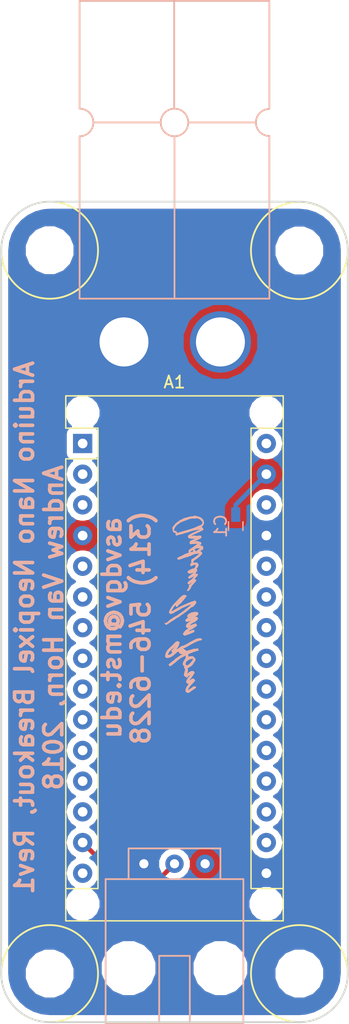
<source format=kicad_pcb>
(kicad_pcb (version 20171130) (host pcbnew "(5.0.0)")

  (general
    (thickness 1.6)
    (drawings 11)
    (tracks 6)
    (zones 0)
    (modules 9)
    (nets 4)
  )

  (page A4)
  (layers
    (0 F.Cu signal)
    (31 B.Cu signal)
    (32 B.Adhes user)
    (33 F.Adhes user)
    (34 B.Paste user)
    (35 F.Paste user)
    (36 B.SilkS user)
    (37 F.SilkS user)
    (38 B.Mask user)
    (39 F.Mask user)
    (40 Dwgs.User user)
    (41 Cmts.User user)
    (42 Eco1.User user)
    (43 Eco2.User user)
    (44 Edge.Cuts user)
    (45 Margin user)
    (46 B.CrtYd user)
    (47 F.CrtYd user)
    (48 B.Fab user)
    (49 F.Fab user)
  )

  (setup
    (last_trace_width 0.381)
    (user_trace_width 0.381)
    (trace_clearance 0.2)
    (zone_clearance 0.508)
    (zone_45_only no)
    (trace_min 0.2)
    (segment_width 0.2)
    (edge_width 0.15)
    (via_size 0.8)
    (via_drill 0.4)
    (via_min_size 0.4)
    (via_min_drill 0.3)
    (uvia_size 0.3)
    (uvia_drill 0.1)
    (uvias_allowed no)
    (uvia_min_size 0.2)
    (uvia_min_drill 0.1)
    (pcb_text_width 0.3)
    (pcb_text_size 1.5 1.5)
    (mod_edge_width 0.15)
    (mod_text_size 1 1)
    (mod_text_width 0.15)
    (pad_size 1.524 1.524)
    (pad_drill 0.762)
    (pad_to_mask_clearance 0.2)
    (aux_axis_origin 0 0)
    (visible_elements FFFFFF7F)
    (pcbplotparams
      (layerselection 0x010fc_ffffffff)
      (usegerberextensions false)
      (usegerberattributes false)
      (usegerberadvancedattributes false)
      (creategerberjobfile false)
      (excludeedgelayer true)
      (linewidth 0.100000)
      (plotframeref false)
      (viasonmask false)
      (mode 1)
      (useauxorigin false)
      (hpglpennumber 1)
      (hpglpenspeed 20)
      (hpglpendiameter 15.000000)
      (psnegative false)
      (psa4output false)
      (plotreference true)
      (plotvalue true)
      (plotinvisibletext false)
      (padsonsilk false)
      (subtractmaskfromsilk false)
      (outputformat 1)
      (mirror false)
      (drillshape 0)
      (scaleselection 1)
      (outputdirectory "Gerbs/"))
  )

  (net 0 "")
  (net 1 GND)
  (net 2 +5V)
  (net 3 Neo_Sig)

  (net_class Default "This is the default net class."
    (clearance 0.2)
    (trace_width 0.25)
    (via_dia 0.8)
    (via_drill 0.4)
    (uvia_dia 0.3)
    (uvia_drill 0.1)
    (add_net +5V)
    (add_net GND)
    (add_net Neo_Sig)
  )

  (module MRDT_Drill_Holes:4_40_Hole_Corner (layer F.Cu) (tedit 5AE4BA52) (tstamp 5BDE4951)
    (at 148.59 77.6986 90)
    (fp_text reference REF** (at 4.00812 -3.50812 90) (layer F.SilkS) hide
      (effects (font (size 1 1) (thickness 0.15)))
    )
    (fp_text value 4_40_Hole (at 4.00812 -4.50812 90) (layer F.Fab) hide
      (effects (font (size 1 1) (thickness 0.15)))
    )
    (fp_circle (center 4.00812 -4.00812) (end 4.00812 0.00508) (layer F.SilkS) (width 0.15))
    (fp_arc (start 4.0132 -4.0132) (end 4.0132 -8.0264) (angle 90) (layer F.Fab) (width 0.15))
    (fp_line (start 8.0264 -4.0132) (end 8.0264 0) (layer F.Fab) (width 0.15))
    (fp_line (start 4.0132 -8.0264) (end 0 -8.0264) (layer F.Fab) (width 0.15))
    (fp_line (start 0 -8.0264) (end 0 0) (layer F.Fab) (width 0.15))
    (fp_line (start 0 0) (end 8.0264 0) (layer F.Fab) (width 0.15))
    (pad "" np_thru_hole circle (at 4.00812 -4.00812 90) (size 2.9464 2.9464) (drill 2.9464) (layers *.Cu *.Mask))
  )

  (module MRDT_Drill_Holes:4_40_Hole_Corner (layer F.Cu) (tedit 5AE4BA52) (tstamp 5BDE4ACB)
    (at 161.29 77.724)
    (fp_text reference REF** (at 4.00812 -3.50812) (layer F.SilkS) hide
      (effects (font (size 1 1) (thickness 0.15)))
    )
    (fp_text value 4_40_Hole (at 4.00812 -4.50812) (layer F.Fab) hide
      (effects (font (size 1 1) (thickness 0.15)))
    )
    (fp_line (start 0 0) (end 8.0264 0) (layer F.Fab) (width 0.15))
    (fp_line (start 0 -8.0264) (end 0 0) (layer F.Fab) (width 0.15))
    (fp_line (start 4.0132 -8.0264) (end 0 -8.0264) (layer F.Fab) (width 0.15))
    (fp_line (start 8.0264 -4.0132) (end 8.0264 0) (layer F.Fab) (width 0.15))
    (fp_arc (start 4.0132 -4.0132) (end 4.0132 -8.0264) (angle 90) (layer F.Fab) (width 0.15))
    (fp_circle (center 4.00812 -4.00812) (end 4.00812 0.00508) (layer F.SilkS) (width 0.15))
    (pad "" np_thru_hole circle (at 4.00812 -4.00812) (size 2.9464 2.9464) (drill 2.9464) (layers *.Cu *.Mask))
  )

  (module MRDT_Drill_Holes:4_40_Hole_Corner (layer F.Cu) (tedit 5AE4BA52) (tstamp 5BDE47B4)
    (at 148.59 129.54 180)
    (fp_text reference REF** (at 4.00812 -3.50812 180) (layer F.SilkS) hide
      (effects (font (size 1 1) (thickness 0.15)))
    )
    (fp_text value 4_40_Hole (at 4.00812 -4.50812 180) (layer F.Fab) hide
      (effects (font (size 1 1) (thickness 0.15)))
    )
    (fp_line (start 0 0) (end 8.0264 0) (layer F.Fab) (width 0.15))
    (fp_line (start 0 -8.0264) (end 0 0) (layer F.Fab) (width 0.15))
    (fp_line (start 4.0132 -8.0264) (end 0 -8.0264) (layer F.Fab) (width 0.15))
    (fp_line (start 8.0264 -4.0132) (end 8.0264 0) (layer F.Fab) (width 0.15))
    (fp_arc (start 4.0132 -4.0132) (end 4.0132 -8.0264) (angle 90) (layer F.Fab) (width 0.15))
    (fp_circle (center 4.00812 -4.00812) (end 4.00812 0.00508) (layer F.SilkS) (width 0.15))
    (pad "" np_thru_hole circle (at 4.00812 -4.00812 180) (size 2.9464 2.9464) (drill 2.9464) (layers *.Cu *.Mask))
  )

  (module Module:Arduino_Nano_WithMountingHoles (layer F.Cu) (tedit 58ACAF99) (tstamp 5BDE43C2)
    (at 147.32 89.683001)
    (descr "Arduino Nano, http://www.mouser.com/pdfdocs/Gravitech_Arduino_Nano3_0.pdf")
    (tags "Arduino Nano")
    (path /5BDF1480)
    (fp_text reference A1 (at 7.62 -5.08) (layer F.SilkS)
      (effects (font (size 1 1) (thickness 0.15)))
    )
    (fp_text value Arduino_Nano_v3.x (at 8.89 15.24 90) (layer F.Fab)
      (effects (font (size 1 1) (thickness 0.15)))
    )
    (fp_text user %R (at 6.35 16.51 90) (layer F.Fab)
      (effects (font (size 1 1) (thickness 0.15)))
    )
    (fp_line (start 1.27 1.27) (end 1.27 -1.27) (layer F.SilkS) (width 0.12))
    (fp_line (start 1.27 -1.27) (end -1.4 -1.27) (layer F.SilkS) (width 0.12))
    (fp_line (start -1.4 1.27) (end -1.4 39.5) (layer F.SilkS) (width 0.12))
    (fp_line (start -1.4 -3.94) (end -1.4 -1.27) (layer F.SilkS) (width 0.12))
    (fp_line (start 13.97 -1.27) (end 16.64 -1.27) (layer F.SilkS) (width 0.12))
    (fp_line (start 13.97 -1.27) (end 13.97 36.83) (layer F.SilkS) (width 0.12))
    (fp_line (start 13.97 36.83) (end 16.64 36.83) (layer F.SilkS) (width 0.12))
    (fp_line (start 1.27 1.27) (end -1.4 1.27) (layer F.SilkS) (width 0.12))
    (fp_line (start 1.27 1.27) (end 1.27 36.83) (layer F.SilkS) (width 0.12))
    (fp_line (start 1.27 36.83) (end -1.4 36.83) (layer F.SilkS) (width 0.12))
    (fp_line (start 3.81 31.75) (end 11.43 31.75) (layer F.Fab) (width 0.1))
    (fp_line (start 11.43 31.75) (end 11.43 41.91) (layer F.Fab) (width 0.1))
    (fp_line (start 11.43 41.91) (end 3.81 41.91) (layer F.Fab) (width 0.1))
    (fp_line (start 3.81 41.91) (end 3.81 31.75) (layer F.Fab) (width 0.1))
    (fp_line (start -1.4 39.5) (end 16.64 39.5) (layer F.SilkS) (width 0.12))
    (fp_line (start 16.64 39.5) (end 16.64 -3.94) (layer F.SilkS) (width 0.12))
    (fp_line (start 16.64 -3.94) (end -1.4 -3.94) (layer F.SilkS) (width 0.12))
    (fp_line (start 16.51 39.37) (end -1.27 39.37) (layer F.Fab) (width 0.1))
    (fp_line (start -1.27 39.37) (end -1.27 -2.54) (layer F.Fab) (width 0.1))
    (fp_line (start -1.27 -2.54) (end 0 -3.81) (layer F.Fab) (width 0.1))
    (fp_line (start 0 -3.81) (end 16.51 -3.81) (layer F.Fab) (width 0.1))
    (fp_line (start 16.51 -3.81) (end 16.51 39.37) (layer F.Fab) (width 0.1))
    (fp_line (start -1.53 -4.06) (end 16.75 -4.06) (layer F.CrtYd) (width 0.05))
    (fp_line (start -1.53 -4.06) (end -1.53 42.16) (layer F.CrtYd) (width 0.05))
    (fp_line (start 16.75 42.16) (end 16.75 -4.06) (layer F.CrtYd) (width 0.05))
    (fp_line (start 16.75 42.16) (end -1.53 42.16) (layer F.CrtYd) (width 0.05))
    (pad 1 thru_hole rect (at 0 0) (size 1.6 1.6) (drill 0.8) (layers *.Cu *.Mask))
    (pad 17 thru_hole oval (at 15.24 33.02) (size 1.6 1.6) (drill 0.8) (layers *.Cu *.Mask))
    (pad 2 thru_hole oval (at 0 2.54) (size 1.6 1.6) (drill 0.8) (layers *.Cu *.Mask))
    (pad 18 thru_hole oval (at 15.24 30.48) (size 1.6 1.6) (drill 0.8) (layers *.Cu *.Mask))
    (pad 3 thru_hole oval (at 0 5.08) (size 1.6 1.6) (drill 0.8) (layers *.Cu *.Mask))
    (pad 19 thru_hole oval (at 15.24 27.94) (size 1.6 1.6) (drill 0.8) (layers *.Cu *.Mask))
    (pad 4 thru_hole oval (at 0 7.62) (size 1.6 1.6) (drill 0.8) (layers *.Cu *.Mask)
      (net 1 GND))
    (pad 20 thru_hole oval (at 15.24 25.4) (size 1.6 1.6) (drill 0.8) (layers *.Cu *.Mask))
    (pad 5 thru_hole oval (at 0 10.16) (size 1.6 1.6) (drill 0.8) (layers *.Cu *.Mask))
    (pad 21 thru_hole oval (at 15.24 22.86) (size 1.6 1.6) (drill 0.8) (layers *.Cu *.Mask))
    (pad 6 thru_hole oval (at 0 12.7) (size 1.6 1.6) (drill 0.8) (layers *.Cu *.Mask))
    (pad 22 thru_hole oval (at 15.24 20.32) (size 1.6 1.6) (drill 0.8) (layers *.Cu *.Mask))
    (pad 7 thru_hole oval (at 0 15.24) (size 1.6 1.6) (drill 0.8) (layers *.Cu *.Mask))
    (pad 23 thru_hole oval (at 15.24 17.78) (size 1.6 1.6) (drill 0.8) (layers *.Cu *.Mask))
    (pad 8 thru_hole oval (at 0 17.78) (size 1.6 1.6) (drill 0.8) (layers *.Cu *.Mask))
    (pad 24 thru_hole oval (at 15.24 15.24) (size 1.6 1.6) (drill 0.8) (layers *.Cu *.Mask))
    (pad 9 thru_hole oval (at 0 20.32) (size 1.6 1.6) (drill 0.8) (layers *.Cu *.Mask))
    (pad 25 thru_hole oval (at 15.24 12.7) (size 1.6 1.6) (drill 0.8) (layers *.Cu *.Mask))
    (pad 10 thru_hole oval (at 0 22.86) (size 1.6 1.6) (drill 0.8) (layers *.Cu *.Mask))
    (pad 26 thru_hole oval (at 15.24 10.16) (size 1.6 1.6) (drill 0.8) (layers *.Cu *.Mask))
    (pad 11 thru_hole oval (at 0 25.4) (size 1.6 1.6) (drill 0.8) (layers *.Cu *.Mask))
    (pad 27 thru_hole oval (at 15.24 7.62) (size 1.6 1.6) (drill 0.8) (layers *.Cu *.Mask)
      (net 2 +5V))
    (pad 12 thru_hole oval (at 0 27.94) (size 1.6 1.6) (drill 0.8) (layers *.Cu *.Mask))
    (pad 28 thru_hole oval (at 15.24 5.08) (size 1.6 1.6) (drill 0.8) (layers *.Cu *.Mask))
    (pad 13 thru_hole oval (at 0 30.48) (size 1.6 1.6) (drill 0.8) (layers *.Cu *.Mask))
    (pad 29 thru_hole oval (at 15.24 2.54) (size 1.6 1.6) (drill 0.8) (layers *.Cu *.Mask)
      (net 1 GND))
    (pad 14 thru_hole oval (at 0 33.02) (size 1.6 1.6) (drill 0.8) (layers *.Cu *.Mask)
      (net 3 Neo_Sig))
    (pad 30 thru_hole oval (at 15.24 0) (size 1.6 1.6) (drill 0.8) (layers *.Cu *.Mask))
    (pad 15 thru_hole oval (at 0 35.56) (size 1.6 1.6) (drill 0.8) (layers *.Cu *.Mask))
    (pad 16 thru_hole oval (at 15.24 35.56) (size 1.6 1.6) (drill 0.8) (layers *.Cu *.Mask)
      (net 2 +5V))
    (pad "" np_thru_hole circle (at 0 -2.54) (size 1.78 1.78) (drill 1.78) (layers *.Cu *.Mask))
    (pad "" np_thru_hole circle (at 15.24 -2.54) (size 1.78 1.78) (drill 1.78) (layers *.Cu *.Mask))
    (pad "" np_thru_hole circle (at 15.24 38.1) (size 1.78 1.78) (drill 1.78) (layers *.Cu *.Mask))
    (pad "" np_thru_hole circle (at 0 38.1) (size 1.78 1.78) (drill 1.78) (layers *.Cu *.Mask))
    (model ${KISYS3DMOD}/Module.3dshapes/Arduino_Nano_WithMountingHoles.wrl
      (at (xyz 0 0 0))
      (scale (xyz 1 1 1))
      (rotate (xyz 0 0 0))
    )
  )

  (module Capacitors_SMD:C_0603_HandSoldering (layer B.Cu) (tedit 58AA848B) (tstamp 5BDE3FE9)
    (at 160.02 96.52 270)
    (descr "Capacitor SMD 0603, hand soldering")
    (tags "capacitor 0603")
    (path /5BDF188A)
    (attr smd)
    (fp_text reference C1 (at 0 1.25 270) (layer B.SilkS)
      (effects (font (size 1 1) (thickness 0.15)) (justify mirror))
    )
    (fp_text value 10u (at 0 -1.5 270) (layer B.Fab)
      (effects (font (size 1 1) (thickness 0.15)) (justify mirror))
    )
    (fp_text user %R (at 0 1.25 270) (layer B.Fab)
      (effects (font (size 1 1) (thickness 0.15)) (justify mirror))
    )
    (fp_line (start -0.8 -0.4) (end -0.8 0.4) (layer B.Fab) (width 0.1))
    (fp_line (start 0.8 -0.4) (end -0.8 -0.4) (layer B.Fab) (width 0.1))
    (fp_line (start 0.8 0.4) (end 0.8 -0.4) (layer B.Fab) (width 0.1))
    (fp_line (start -0.8 0.4) (end 0.8 0.4) (layer B.Fab) (width 0.1))
    (fp_line (start -0.35 0.6) (end 0.35 0.6) (layer B.SilkS) (width 0.12))
    (fp_line (start 0.35 -0.6) (end -0.35 -0.6) (layer B.SilkS) (width 0.12))
    (fp_line (start -1.8 0.65) (end 1.8 0.65) (layer B.CrtYd) (width 0.05))
    (fp_line (start -1.8 0.65) (end -1.8 -0.65) (layer B.CrtYd) (width 0.05))
    (fp_line (start 1.8 -0.65) (end 1.8 0.65) (layer B.CrtYd) (width 0.05))
    (fp_line (start 1.8 -0.65) (end -1.8 -0.65) (layer B.CrtYd) (width 0.05))
    (pad 1 smd rect (at -0.95 0 270) (size 1.2 0.75) (layers B.Cu B.Paste B.Mask)
      (net 1 GND))
    (pad 2 smd rect (at 0.95 0 270) (size 1.2 0.75) (layers B.Cu B.Paste B.Mask)
      (net 2 +5V))
    (model Capacitors_SMD.3dshapes/C_0603.wrl
      (at (xyz 0 0 0))
      (scale (xyz 1 1 1))
      (rotate (xyz 0 0 0))
    )
  )

  (module MRDT_Connectors:Anderson_2_Horisontal_Side_by_Side (layer B.Cu) (tedit 5AAD70FE) (tstamp 5BDE4A5B)
    (at 162.813 77.6986 270)
    (path /5BDF12CB)
    (fp_text reference Conn1 (at -1.8796 -0.762 270) (layer B.SilkS) hide
      (effects (font (size 1 1) (thickness 0.15)) (justify mirror))
    )
    (fp_text value AndersonPP (at -12.8651 16.764 270) (layer B.Fab)
      (effects (font (size 1 1) (thickness 0.15)) (justify mirror))
    )
    (fp_arc (start -14.5796 0) (end -14.5796 1.1176) (angle -90) (layer B.SilkS) (width 0.15))
    (fp_arc (start -14.5796 0) (end -15.6972 0) (angle -90) (layer B.SilkS) (width 0.15))
    (fp_line (start -24.638 15.748) (end -24.638 0) (layer B.SilkS) (width 0.15))
    (fp_line (start 0 15.748) (end 0 0) (layer B.SilkS) (width 0.15))
    (fp_line (start -15.7226 15.748) (end -16.9418 15.748) (layer B.SilkS) (width 0.15))
    (fp_arc (start -14.5796 15.748) (end -13.4366 15.748) (angle -90) (layer B.SilkS) (width 0.15))
    (fp_arc (start -14.5796 15.748) (end -14.5796 14.605) (angle -90) (layer B.SilkS) (width 0.15))
    (fp_line (start -12.2682 0) (end -13.462 0) (layer B.SilkS) (width 0.15))
    (fp_line (start -14.5796 2.3114) (end -14.5796 1.143) (layer B.SilkS) (width 0.15))
    (fp_line (start -16.891 0) (end -15.7226 0) (layer B.SilkS) (width 0.15))
    (fp_line (start -12.319 15.748) (end -13.4112 15.748) (layer B.SilkS) (width 0.15))
    (fp_line (start -14.5796 14.605) (end -14.5796 13.4366) (layer B.SilkS) (width 0.15))
    (fp_line (start -14.5796 5.588) (end -14.5796 6.731) (layer B.SilkS) (width 0.15))
    (fp_line (start -24.6126 7.8994) (end -15.7226 7.8994) (layer B.SilkS) (width 0.15))
    (fp_line (start -14.5796 10.16) (end -14.5796 9.017) (layer B.SilkS) (width 0.15))
    (fp_line (start -12.2936 7.874) (end -13.4366 7.874) (layer B.SilkS) (width 0.15))
    (fp_line (start -14.5796 5.588) (end -14.5796 2.286) (layer B.SilkS) (width 0.15))
    (fp_line (start -12.2936 7.874) (end 0 7.874) (layer B.SilkS) (width 0.15))
    (fp_line (start -14.5796 10.16) (end -14.5796 13.4366) (layer B.SilkS) (width 0.15))
    (fp_circle (center -14.5796 7.874) (end -14.5796 6.731) (layer B.SilkS) (width 0.15))
    (fp_line (start -12.2936 0) (end 0 0) (layer B.SilkS) (width 0.15))
    (fp_line (start -16.8656 0) (end -24.6126 0) (layer B.SilkS) (width 0.15))
    (fp_line (start -24.6126 15.748) (end -16.8656 15.748) (layer B.SilkS) (width 0.15))
    (fp_line (start -12.2936 15.748) (end 0 15.748) (layer B.SilkS) (width 0.15))
    (pad 1 thru_hole circle (at 3.5814 4.063 270) (size 5.08 5.08) (drill 4.06) (layers *.Cu *.Mask B.Paste)
      (net 1 GND))
    (pad 2 thru_hole circle (at 3.5814 12.064 270) (size 5.08 5.08) (drill 4.06) (layers *.Cu *.Mask B.Paste)
      (net 2 +5V))
  )

  (module MRDT_Connectors:MOLEX_SL_03_Horizontal (layer B.Cu) (tedit 5B784736) (tstamp 5BDE401D)
    (at 154.94 124.46)
    (path /5BDF1539)
    (fp_text reference Conn2 (at -1.27 -2.54) (layer B.SilkS) hide
      (effects (font (size 1 1) (thickness 0.15)) (justify mirror))
    )
    (fp_text value Molex_SL_03 (at 0.635 -2.032) (layer B.Fab)
      (effects (font (size 1 1) (thickness 0.15)) (justify mirror))
    )
    (fp_line (start 1.27 7.62) (end -1.27 7.62) (layer B.SilkS) (width 0.15))
    (fp_line (start 5.715 13.208) (end -5.715 13.208) (layer B.SilkS) (width 0.15))
    (fp_line (start 5.715 1.27) (end -3.81 1.27) (layer B.SilkS) (width 0.15))
    (fp_line (start 3.81 -1.27) (end -3.81 -1.27) (layer B.SilkS) (width 0.15))
    (fp_line (start 1.27 13.208) (end 1.27 7.62) (layer B.SilkS) (width 0.15))
    (fp_line (start 5.715 1.27) (end 5.715 13.208) (layer B.SilkS) (width 0.15))
    (fp_line (start -1.27 13.208) (end -1.27 12.7) (layer B.SilkS) (width 0.15))
    (fp_line (start -5.715 1.27) (end -5.715 13.208) (layer B.SilkS) (width 0.15))
    (fp_line (start -3.81 1.27) (end -5.715 1.27) (layer B.SilkS) (width 0.15))
    (fp_line (start -1.27 8.89) (end -1.27 7.62) (layer B.SilkS) (width 0.15))
    (fp_line (start -1.27 8.89) (end -1.27 12.7) (layer B.SilkS) (width 0.15))
    (fp_line (start 3.81 1.27) (end 3.81 -1.27) (layer B.SilkS) (width 0.15))
    (fp_line (start -3.81 -1.27) (end -3.81 1.27) (layer B.SilkS) (width 0.15))
    (pad 1 thru_hole circle (at -2.54 0) (size 1.524 1.524) (drill 0.762) (layers *.Cu *.Mask)
      (net 2 +5V))
    (pad 2 thru_hole circle (at 0 0) (size 1.524 1.524) (drill 0.762) (layers *.Cu *.Mask)
      (net 3 Neo_Sig))
    (pad 3 thru_hole circle (at 2.54 0) (size 1.524 1.524) (drill 0.762) (layers *.Cu *.Mask)
      (net 1 GND))
    (pad "" np_thru_hole circle (at -3.81 8.636) (size 3.45 3.45) (drill 3.45) (layers *.Cu *.Mask))
    (pad "" np_thru_hole circle (at 3.81 8.636) (size 3.45 3.45) (drill 3.45) (layers *.Cu *.Mask))
  )

  (module MRDT_Drill_Holes:4_40_Hole_Corner (layer F.Cu) (tedit 5AE4BA52) (tstamp 5BDE4763)
    (at 161.29 129.54 270)
    (fp_text reference REF** (at 4.00812 -3.50812 270) (layer F.SilkS) hide
      (effects (font (size 1 1) (thickness 0.15)))
    )
    (fp_text value 4_40_Hole (at 4.00812 -4.50812 270) (layer F.Fab) hide
      (effects (font (size 1 1) (thickness 0.15)))
    )
    (fp_circle (center 4.00812 -4.00812) (end 4.00812 0.00508) (layer F.SilkS) (width 0.15))
    (fp_arc (start 4.0132 -4.0132) (end 4.0132 -8.0264) (angle 90) (layer F.Fab) (width 0.15))
    (fp_line (start 8.0264 -4.0132) (end 8.0264 0) (layer F.Fab) (width 0.15))
    (fp_line (start 4.0132 -8.0264) (end 0 -8.0264) (layer F.Fab) (width 0.15))
    (fp_line (start 0 -8.0264) (end 0 0) (layer F.Fab) (width 0.15))
    (fp_line (start 0 0) (end 8.0264 0) (layer F.Fab) (width 0.15))
    (pad "" np_thru_hole circle (at 4.00812 -4.00812 270) (size 2.9464 2.9464) (drill 2.9464) (layers *.Cu *.Mask))
  )

  (module MRDT_Silkscreens:Andrew_Van_Horn_Sig_15mm (layer B.Cu) (tedit 5AAFF5D6) (tstamp 5BDE477C)
    (at 155.6512 102.8954 270)
    (fp_text reference G*** (at 0 -2.413 270) (layer B.Fab) hide
      (effects (font (size 0.5 0.5) (thickness 0.125)) (justify mirror))
    )
    (fp_text value LOGO (at 0 1.778 270) (layer B.Fab) hide
      (effects (font (size 0.5 0.5) (thickness 0.125)) (justify mirror))
    )
    (fp_poly (pts (xy 1.656309 1.543439) (xy 1.68908 1.522488) (xy 1.736007 1.48553) (xy 1.774942 1.452385)
      (xy 1.791424 1.425355) (xy 1.78974 1.396802) (xy 1.777407 1.365307) (xy 1.75244 1.317741)
      (xy 1.717798 1.258902) (xy 1.676437 1.193587) (xy 1.631316 1.126597) (xy 1.585393 1.062728)
      (xy 1.576606 1.051059) (xy 1.540753 1.001206) (xy 1.503896 0.945516) (xy 1.469078 0.889143)
      (xy 1.439341 0.837241) (xy 1.417728 0.794964) (xy 1.407281 0.767467) (xy 1.40677 0.763329)
      (xy 1.396858 0.745698) (xy 1.380718 0.732459) (xy 1.360248 0.713162) (xy 1.354667 0.699198)
      (xy 1.345886 0.680236) (xy 1.323916 0.653329) (xy 1.314579 0.64395) (xy 1.287916 0.612277)
      (xy 1.257494 0.566972) (xy 1.231596 0.521026) (xy 1.190814 0.441434) (xy 1.158696 0.381243)
      (xy 1.132762 0.336303) (xy 1.110535 0.302465) (xy 1.089537 0.27558) (xy 1.07598 0.260513)
      (xy 1.048443 0.228601) (xy 1.016472 0.187579) (xy 0.984102 0.143179) (xy 0.95537 0.101138)
      (xy 0.934313 0.067191) (xy 0.924966 0.047072) (xy 0.924821 0.045737) (xy 0.916565 0.02932)
      (xy 0.896292 0.004301) (xy 0.892286 0.00003) (xy 0.867478 -0.029118) (xy 0.83616 -0.070255)
      (xy 0.810875 -0.106097) (xy 0.765236 -0.171334) (xy 0.713402 -0.241958) (xy 0.659941 -0.312044)
      (xy 0.609419 -0.375669) (xy 0.566403 -0.426908) (xy 0.547539 -0.447724) (xy 0.513515 -0.484389)
      (xy 0.482636 -0.518916) (xy 0.469709 -0.534051) (xy 0.447169 -0.56104) (xy 0.415085 -0.599082)
      (xy 0.384234 -0.635435) (xy 0.346127 -0.686496) (xy 0.327222 -0.726953) (xy 0.325404 -0.73964)
      (xy 0.314434 -0.786133) (xy 0.281697 -0.839912) (xy 0.226592 -0.901667) (xy 0.148518 -0.972087)
      (xy 0.063925 -1.039061) (xy 0.015656 -1.072057) (xy -0.024688 -1.088726) (xy -0.067093 -1.091655)
      (xy -0.113529 -1.085019) (xy -0.142433 -1.070317) (xy -0.173184 -1.041949) (xy -0.197823 -1.008818)
      (xy -0.208392 -0.979825) (xy -0.20841 -0.978883) (xy -0.203909 -0.956934) (xy -0.19195 -0.91815)
      (xy -0.174845 -0.869845) (xy -0.169333 -0.855309) (xy -0.151135 -0.805159) (xy -0.137455 -0.761948)
      (xy -0.130624 -0.733227) (xy -0.130256 -0.728853) (xy -0.124889 -0.70479) (xy -0.110837 -0.666001)
      (xy -0.091752 -0.622221) (xy -0.067709 -0.568341) (xy -0.040632 -0.503309) (xy -0.016101 -0.440558)
      (xy -0.014535 -0.436359) (xy 0.079376 -0.209022) (xy 0.129956 -0.104205) (xy 0.155263 -0.049943)
      (xy 0.180973 0.011943) (xy 0.194345 0.047815) (xy 0.214007 0.096255) (xy 0.242385 0.156493)
      (xy 0.274494 0.218168) (xy 0.287047 0.240539) (xy 0.31445 0.289202) (xy 0.336092 0.329615)
      (xy 0.349148 0.356388) (xy 0.351693 0.363852) (xy 0.358497 0.379799) (xy 0.376109 0.409768)
      (xy 0.394617 0.438154) (xy 0.422617 0.483427) (xy 0.45393 0.539982) (xy 0.480367 0.592667)
      (xy 0.504187 0.640477) (xy 0.527155 0.681723) (xy 0.544686 0.708225) (xy 0.546093 0.709897)
      (xy 0.563722 0.73488) (xy 0.585811 0.773018) (xy 0.60956 0.818468) (xy 0.632171 0.865389)
      (xy 0.650844 0.907936) (xy 0.66278 0.940269) (xy 0.665179 0.956544) (xy 0.664586 0.957213)
      (xy 0.644418 0.95685) (xy 0.61009 0.944633) (xy 0.568723 0.923737) (xy 0.527435 0.897338)
      (xy 0.522928 0.894029) (xy 0.486014 0.869446) (xy 0.438532 0.841615) (xy 0.408537 0.825655)
      (xy 0.368073 0.801739) (xy 0.319698 0.768101) (xy 0.269346 0.729494) (xy 0.222949 0.69067)
      (xy 0.186439 0.656382) (xy 0.165748 0.631381) (xy 0.165522 0.630983) (xy 0.163797 0.616991)
      (xy 0.183091 0.612295) (xy 0.188872 0.612205) (xy 0.23497 0.604273) (xy 0.273167 0.583631)
      (xy 0.300367 0.555016) (xy 0.313476 0.52316) (xy 0.309398 0.492799) (xy 0.285039 0.468668)
      (xy 0.283308 0.467748) (xy 0.253775 0.447795) (xy 0.222204 0.420069) (xy 0.2206 0.418444)
      (xy 0.185475 0.388149) (xy 0.148057 0.363419) (xy 0.116344 0.336988) (xy 0.087063 0.296844)
      (xy 0.080904 0.285265) (xy 0.032784 0.207788) (xy -0.024357 0.15278) (xy -0.047202 0.138646)
      (xy -0.071186 0.121943) (xy -0.108599 0.091384) (xy -0.154276 0.051354) (xy -0.201897 0.007334)
      (xy -0.249528 -0.036333) (xy -0.292957 -0.073345) (xy -0.327439 -0.099836) (xy -0.348225 -0.111941)
      (xy -0.348435 -0.112001) (xy -0.371201 -0.122248) (xy -0.377743 -0.130782) (xy -0.387706 -0.143384)
      (xy -0.413969 -0.16635) (xy -0.451096 -0.195689) (xy -0.493647 -0.227407) (xy -0.536186 -0.257512)
      (xy -0.573276 -0.282013) (xy -0.599477 -0.296915) (xy -0.607659 -0.29959) (xy -0.621775 -0.288694)
      (xy -0.62523 -0.27277) (xy -0.629919 -0.254521) (xy -0.637356 -0.253444) (xy -0.652908 -0.251419)
      (xy -0.665293 -0.226319) (xy -0.67389 -0.180995) (xy -0.678076 -0.1183) (xy -0.678071 -0.066503)
      (xy -0.667437 -0.023715) (xy -0.638439 0.032469) (xy -0.593009 0.099112) (xy -0.533078 0.173276)
      (xy -0.4865 0.224937) (xy -0.450318 0.264715) (xy -0.422172 0.297955) (xy -0.406074 0.319805)
      (xy -0.403794 0.325007) (xy -0.39308 0.338159) (xy -0.37877 0.344854) (xy -0.361875 0.356215)
      (xy -0.330003 0.383013) (xy -0.286534 0.422201) (xy -0.250648 0.455897) (xy -0.021667 0.455897)
      (xy -0.010583 0.464394) (xy 0.006513 0.481949) (xy 0.0198 0.500654) (xy 0.018178 0.508)
      (xy 0.002738 0.498172) (xy -0.010002 0.481949) (xy -0.02079 0.462046) (xy -0.021667 0.455897)
      (xy -0.250648 0.455897) (xy -0.234848 0.470732) (xy -0.179063 0.524834) (xy -0.079734 0.621899)
      (xy 0.004864 0.702654) (xy 0.077855 0.769758) (xy 0.142363 0.825872) (xy 0.201513 0.873653)
      (xy 0.258429 0.915762) (xy 0.316237 0.954857) (xy 0.355367 0.979662) (xy 0.421841 1.019403)
      (xy 0.496769 1.061872) (xy 0.567607 1.100029) (xy 0.592667 1.112848) (xy 0.646839 1.139488)
      (xy 0.684613 1.155849) (xy 0.71273 1.163631) (xy 0.737928 1.16453) (xy 0.766944 1.160247)
      (xy 0.774718 1.158737) (xy 0.826486 1.144782) (xy 0.857994 1.124254) (xy 0.875024 1.091363)
      (xy 0.882248 1.051026) (xy 0.882852 1.002579) (xy 0.876515 0.946478) (xy 0.865027 0.892196)
      (xy 0.850182 0.849204) (xy 0.841109 0.833641) (xy 0.825983 0.809973) (xy 0.806666 0.774469)
      (xy 0.800432 0.762) (xy 0.77726 0.719813) (xy 0.751986 0.681181) (xy 0.746839 0.674409)
      (xy 0.725753 0.643196) (xy 0.700399 0.599206) (xy 0.682084 0.563691) (xy 0.657447 0.515674)
      (xy 0.632067 0.470349) (xy 0.616775 0.445696) (xy 0.595272 0.407068) (xy 0.580718 0.369199)
      (xy 0.579773 0.365315) (xy 0.565063 0.329861) (xy 0.540381 0.294181) (xy 0.537983 0.291522)
      (xy 0.514661 0.260784) (xy 0.484319 0.213151) (xy 0.450734 0.155434) (xy 0.417682 0.094448)
      (xy 0.388941 0.037005) (xy 0.368286 -0.010083) (xy 0.363606 -0.023038) (xy 0.349484 -0.059655)
      (xy 0.327943 -0.108627) (xy 0.304061 -0.158509) (xy 0.283038 -0.201453) (xy 0.267587 -0.23494)
      (xy 0.26064 -0.252574) (xy 0.260513 -0.253445) (xy 0.255394 -0.267863) (xy 0.241516 -0.300762)
      (xy 0.221101 -0.346998) (xy 0.200402 -0.392652) (xy 0.173104 -0.456098) (xy 0.148825 -0.519699)
      (xy 0.12911 -0.578517) (xy 0.115505 -0.627614) (xy 0.109553 -0.662051) (xy 0.111715 -0.676159)
      (xy 0.123176 -0.670499) (xy 0.147425 -0.648077) (xy 0.181125 -0.61259) (xy 0.220938 -0.567737)
      (xy 0.263526 -0.517214) (xy 0.30555 -0.46472) (xy 0.322307 -0.442872) (xy 0.356102 -0.398694)
      (xy 0.385044 -0.361846) (xy 0.404843 -0.337742) (xy 0.409983 -0.332154) (xy 0.42462 -0.315042)
      (xy 0.448408 -0.284003) (xy 0.47027 -0.254) (xy 0.500498 -0.212645) (xy 0.529253 -0.174986)
      (xy 0.544354 -0.156308) (xy 0.599264 -0.090868) (xy 0.644143 -0.035185) (xy 0.685163 0.018843)
      (xy 0.728494 0.079323) (xy 0.775026 0.146638) (xy 0.816967 0.208028) (xy 0.857537 0.26762)
      (xy 0.892519 0.319207) (xy 0.917697 0.356582) (xy 0.920717 0.361102) (xy 0.953334 0.408712)
      (xy 0.988574 0.458233) (xy 1.00325 0.478174) (xy 1.026513 0.513381) (xy 1.056304 0.56431)
      (xy 1.088137 0.623077) (xy 1.108107 0.662372) (xy 1.140783 0.724471) (xy 1.176706 0.786155)
      (xy 1.210498 0.838447) (xy 1.227471 0.861531) (xy 1.260068 0.905584) (xy 1.288696 0.9496)
      (xy 1.304572 0.978813) (xy 1.325044 1.013021) (xy 1.3613 1.062034) (xy 1.410533 1.122409)
      (xy 1.469935 1.190703) (xy 1.536594 1.26336) (xy 1.564272 1.298869) (xy 1.595157 1.347643)
      (xy 1.621631 1.397276) (xy 1.663885 1.485729) (xy 1.638587 1.51789) (xy 1.622697 1.540062)
      (xy 1.623322 1.54873) (xy 1.63531 1.550051) (xy 1.656309 1.543439)) (layer B.SilkS) (width 0.01))
    (fp_poly (pts (xy 2.596506 0.002618) (xy 2.605129 -0.011431) (xy 2.613481 -0.025806) (xy 2.634557 -0.050808)
      (xy 2.64618 -0.063094) (xy 2.687232 -0.105083) (xy 2.671352 -0.179541) (xy 2.659959 -0.223542)
      (xy 2.641891 -0.282851) (xy 2.619971 -0.348515) (xy 2.60425 -0.392377) (xy 2.583828 -0.448257)
      (xy 2.567272 -0.494913) (xy 2.556414 -0.527091) (xy 2.553026 -0.539286) (xy 2.547771 -0.554181)
      (xy 2.533758 -0.586532) (xy 2.513611 -0.630363) (xy 2.50508 -0.648396) (xy 2.478251 -0.7073)
      (xy 2.452099 -0.769079) (xy 2.431846 -0.821348) (xy 2.430182 -0.826042) (xy 2.403231 -0.90311)
      (xy 2.313647 -0.933208) (xy 2.224064 -0.963306) (xy 2.230276 -0.908192) (xy 2.232058 -0.86708)
      (xy 2.228785 -0.833234) (xy 2.22706 -0.827078) (xy 2.225363 -0.794905) (xy 2.231816 -0.775026)
      (xy 2.24343 -0.75186) (xy 2.246988 -0.742462) (xy 2.254256 -0.715107) (xy 2.268975 -0.671755)
      (xy 2.288136 -0.620269) (xy 2.308728 -0.568509) (xy 2.327741 -0.524338) (xy 2.340209 -0.498995)
      (xy 2.356658 -0.462359) (xy 2.359095 -0.44068) (xy 2.349314 -0.436888) (xy 2.329107 -0.453916)
      (xy 2.319749 -0.465543) (xy 2.297334 -0.494921) (xy 2.28013 -0.516619) (xy 2.279629 -0.517219)
      (xy 2.267731 -0.538593) (xy 2.266462 -0.545442) (xy 2.258163 -0.561478) (xy 2.256693 -0.562273)
      (xy 2.239269 -0.578753) (xy 2.216644 -0.61092) (xy 2.193723 -0.650451) (xy 2.175413 -0.689022)
      (xy 2.167309 -0.713942) (xy 2.152307 -0.752836) (xy 2.127205 -0.790422) (xy 2.124715 -0.793194)
      (xy 2.086047 -0.839729) (xy 2.044686 -0.896952) (xy 2.008545 -0.95352) (xy 1.992502 -0.98274)
      (xy 1.97039 -1.017634) (xy 1.940329 -1.054555) (xy 1.934308 -1.060894) (xy 1.90506 -1.095376)
      (xy 1.882341 -1.130151) (xy 1.879228 -1.136487) (xy 1.860552 -1.165073) (xy 1.842637 -1.170164)
      (xy 1.828858 -1.151175) (xy 1.827172 -1.14552) (xy 1.814153 -1.126023) (xy 1.800871 -1.126136)
      (xy 1.775407 -1.124492) (xy 1.743017 -1.109245) (xy 1.713112 -1.086637) (xy 1.695102 -1.062913)
      (xy 1.693334 -1.054783) (xy 1.687102 -1.030292) (xy 1.680308 -1.022513) (xy 1.668062 -1.005082)
      (xy 1.679318 -0.980769) (xy 1.689626 -0.969466) (xy 1.706767 -0.943795) (xy 1.72615 -0.902873)
      (xy 1.743799 -0.856751) (xy 1.755743 -0.815476) (xy 1.758581 -0.795064) (xy 1.764139 -0.772716)
      (xy 1.778292 -0.73676) (xy 1.790738 -0.709897) (xy 1.81429 -0.652974) (xy 1.822752 -0.609952)
      (xy 1.815659 -0.583742) (xy 1.811375 -0.580142) (xy 1.796545 -0.584373) (xy 1.777036 -0.604869)
      (xy 1.775554 -0.606979) (xy 1.747785 -0.642831) (xy 1.722641 -0.670613) (xy 1.702215 -0.693706)
      (xy 1.693345 -0.709103) (xy 1.693334 -0.70938) (xy 1.686452 -0.725587) (xy 1.669742 -0.752018)
      (xy 1.668314 -0.754039) (xy 1.648592 -0.785039) (xy 1.623978 -0.828345) (xy 1.597625 -0.877779)
      (xy 1.572681 -0.927161) (xy 1.5523 -0.970313) (xy 1.539632 -1.001055) (xy 1.537026 -1.011479)
      (xy 1.527102 -1.030478) (xy 1.506617 -1.04835) (xy 1.476869 -1.075258) (xy 1.459802 -1.09893)
      (xy 1.439214 -1.123865) (xy 1.405522 -1.152455) (xy 1.38645 -1.16558) (xy 1.348679 -1.193095)
      (xy 1.31793 -1.221758) (xy 1.308651 -1.233403) (xy 1.290337 -1.25445) (xy 1.274357 -1.253713)
      (xy 1.270474 -1.250854) (xy 1.259397 -1.227849) (xy 1.260295 -1.209162) (xy 1.261414 -1.189295)
      (xy 1.249181 -1.188474) (xy 1.23467 -1.20248) (xy 1.23418 -1.209756) (xy 1.22979 -1.223049)
      (xy 1.210082 -1.22058) (xy 1.179608 -1.203435) (xy 1.166542 -1.193612) (xy 1.145496 -1.175531)
      (xy 1.135383 -1.159083) (xy 1.134289 -1.135787) (xy 1.140301 -1.09716) (xy 1.142304 -1.086215)
      (xy 1.150119 -1.035352) (xy 1.150131 -1.00846) (xy 1.142003 -1.004551) (xy 1.125397 -1.022639)
      (xy 1.122142 -1.027206) (xy 1.096957 -1.059965) (xy 1.071359 -1.08967) (xy 1.051346 -1.113184)
      (xy 1.042122 -1.12768) (xy 1.042052 -1.12823) (xy 1.034291 -1.140951) (xy 1.014023 -1.167457)
      (xy 0.98791 -1.199278) (xy 0.94758 -1.239528) (xy 0.911179 -1.261685) (xy 0.882178 -1.264226)
      (xy 0.867285 -1.252208) (xy 0.850648 -1.245657) (xy 0.829538 -1.246813) (xy 0.801856 -1.244134)
      (xy 0.773577 -1.222199) (xy 0.764099 -1.211503) (xy 0.742203 -1.182072) (xy 0.73012 -1.159211)
      (xy 0.7293 -1.155026) (xy 0.728724 -1.135786) (xy 0.727303 -1.097423) (xy 0.725297 -1.04684)
      (xy 0.724346 -1.023709) (xy 0.723079 -0.95993) (xy 0.726144 -0.913964) (xy 0.734461 -0.877796)
      (xy 0.743735 -0.854376) (xy 0.759206 -0.810792) (xy 0.767693 -0.768435) (xy 0.768227 -0.759092)
      (xy 0.77391 -0.720654) (xy 0.787773 -0.675363) (xy 0.793548 -0.6614) (xy 0.793828 -0.660769)
      (xy 1.053084 -0.660769) (xy 1.060947 -0.664308) (xy 1.074091 -0.657795) (xy 1.458872 -0.657795)
      (xy 1.465385 -0.664308) (xy 1.471898 -0.657795) (xy 1.465385 -0.651282) (xy 1.458872 -0.657795)
      (xy 1.074091 -0.657795) (xy 1.08183 -0.653961) (xy 1.094154 -0.638256) (xy 1.102198 -0.618142)
      (xy 1.100667 -0.612205) (xy 1.100038 -0.602662) (xy 1.10718 -0.586154) (xy 1.117345 -0.564145)
      (xy 1.114605 -0.561661) (xy 1.101065 -0.576934) (xy 1.07883 -0.608196) (xy 1.076162 -0.612205)
      (xy 1.056736 -0.64465) (xy 1.053084 -0.660769) (xy 0.793828 -0.660769) (xy 0.814149 -0.61512)
      (xy 0.834241 -0.569327) (xy 0.838578 -0.559312) (xy 0.85715 -0.528033) (xy 0.888534 -0.486536)
      (xy 0.926721 -0.442615) (xy 0.936488 -0.432312) (xy 0.976898 -0.392015) (xy 1.006274 -0.367701)
      (xy 1.030521 -0.355559) (xy 1.055543 -0.35178) (xy 1.06142 -0.351692) (xy 1.104207 -0.357658)
      (xy 1.15067 -0.372421) (xy 1.160024 -0.376616) (xy 1.211609 -0.401539) (xy 1.24343 -0.34724)
      (xy 1.271301 -0.307336) (xy 1.308972 -0.26273) (xy 1.334891 -0.236101) (xy 1.369845 -0.204669)
      (xy 1.394857 -0.188867) (xy 1.417514 -0.185051) (xy 1.436 -0.187554) (xy 1.474676 -0.202696)
      (xy 1.510828 -0.22782) (xy 1.511795 -0.228734) (xy 1.532148 -0.251622) (xy 1.54112 -0.275425)
      (xy 1.541629 -0.310506) (xy 1.540167 -0.329451) (xy 1.533553 -0.377189) (xy 1.521964 -0.436874)
      (xy 1.508063 -0.494974) (xy 1.494547 -0.545502) (xy 1.482973 -0.588827) (xy 1.475582 -0.616556)
      (xy 1.475009 -0.618718) (xy 1.474992 -0.630605) (xy 1.485387 -0.622954) (xy 1.503805 -0.598915)
      (xy 1.527857 -0.561639) (xy 1.555157 -0.514276) (xy 1.557672 -0.509662) (xy 1.585702 -0.46579)
      (xy 1.624882 -0.414153) (xy 1.667439 -0.364892) (xy 1.673795 -0.358166) (xy 1.718226 -0.314332)
      (xy 1.754728 -0.285739) (xy 1.791276 -0.266994) (xy 1.825595 -0.255555) (xy 1.880608 -0.241194)
      (xy 1.919028 -0.236848) (xy 1.948854 -0.243936) (xy 1.978086 -0.263873) (xy 2.003325 -0.287048)
      (xy 2.035757 -0.321159) (xy 2.052281 -0.348994) (xy 2.057805 -0.379942) (xy 2.058052 -0.391711)
      (xy 2.059349 -0.424241) (xy 2.06541 -0.436014) (xy 2.079493 -0.432278) (xy 2.082304 -0.430809)
      (xy 2.100174 -0.413949) (xy 2.125975 -0.380776) (xy 2.154851 -0.337674) (xy 2.162177 -0.325774)
      (xy 2.217359 -0.24853) (xy 2.287437 -0.17141) (xy 2.365171 -0.101301) (xy 2.443319 -0.045089)
      (xy 2.477689 -0.025654) (xy 2.528559 -0.003936) (xy 2.56959 0.005647) (xy 2.596506 0.002618)) (layer B.SilkS) (width 0.01))
    (fp_poly (pts (xy 4.460948 1.471417) (xy 4.479228 1.443963) (xy 4.480821 1.432082) (xy 4.488965 1.411371)
      (xy 4.499901 1.406769) (xy 4.518322 1.397779) (xy 4.534474 1.377941) (xy 4.540928 1.35796)
      (xy 4.538334 1.351394) (xy 4.534016 1.3362) (xy 4.528344 1.301554) (xy 4.522325 1.253949)
      (xy 4.520353 1.235707) (xy 4.507736 1.154294) (xy 4.486105 1.083448) (xy 4.465047 1.035538)
      (xy 4.426977 0.96203) (xy 4.386534 0.892998) (xy 4.348164 0.835704) (xy 4.324513 0.806014)
      (xy 4.28877 0.765379) (xy 4.252835 0.722818) (xy 4.210471 0.67087) (xy 4.184299 0.638256)
      (xy 4.145605 0.591432) (xy 4.106209 0.546297) (xy 4.073921 0.511766) (xy 4.070761 0.508627)
      (xy 4.043983 0.479153) (xy 4.027473 0.454803) (xy 4.024924 0.446755) (xy 4.016956 0.431181)
      (xy 4.011898 0.429846) (xy 4.001279 0.418948) (xy 3.998872 0.40406) (xy 4.011866 0.378424)
      (xy 4.050762 0.351817) (xy 4.053415 0.350448) (xy 4.090369 0.329758) (xy 4.119141 0.310455)
      (xy 4.125986 0.304593) (xy 4.1454 0.289522) (xy 4.153604 0.286564) (xy 4.166805 0.274932)
      (xy 4.181695 0.244918) (xy 4.195728 0.203843) (xy 4.206357 0.159031) (xy 4.210898 0.121809)
      (xy 4.214965 0.085754) (xy 4.222127 0.063849) (xy 4.226821 0.060601) (xy 4.240407 0.072393)
      (xy 4.259098 0.099668) (xy 4.266419 0.112704) (xy 4.303511 0.181975) (xy 4.331784 0.2328)
      (xy 4.35414 0.269999) (xy 4.373482 0.298391) (xy 4.392713 0.322796) (xy 4.393583 0.323831)
      (xy 4.423092 0.364313) (xy 4.451472 0.411594) (xy 4.458237 0.42478) (xy 4.477149 0.458047)
      (xy 4.49416 0.478661) (xy 4.500633 0.481949) (xy 4.513659 0.492871) (xy 4.531675 0.520987)
      (xy 4.544611 0.546905) (xy 4.56737 0.588958) (xy 4.592829 0.62411) (xy 4.605548 0.636703)
      (xy 4.627859 0.657841) (xy 4.637129 0.673751) (xy 4.64739 0.688183) (xy 4.669099 0.703067)
      (xy 4.69024 0.721064) (xy 4.719577 0.754003) (xy 4.751556 0.794695) (xy 4.780626 0.835954)
      (xy 4.801235 0.870591) (xy 4.805187 0.879231) (xy 4.817372 0.897418) (xy 4.837751 0.920861)
      (xy 4.880143 0.965964) (xy 4.909208 0.999086) (xy 4.930204 1.026506) (xy 4.944731 1.048564)
      (xy 4.991774 1.114998) (xy 5.037597 1.162614) (xy 5.080064 1.189909) (xy 5.117041 1.195378)
      (xy 5.138785 1.185193) (xy 5.155214 1.163602) (xy 5.158154 1.152261) (xy 5.167771 1.1332)
      (xy 5.190512 1.111522) (xy 5.22287 1.087641) (xy 5.184912 1.008327) (xy 5.160411 0.963952)
      (xy 5.134291 0.927148) (xy 5.114592 0.907808) (xy 5.092456 0.88729) (xy 5.06207 0.851386)
      (xy 5.028988 0.806807) (xy 5.019244 0.79256) (xy 4.976158 0.729451) (xy 4.941877 0.68266)
      (xy 4.91168 0.646236) (xy 4.880847 0.61423) (xy 4.868334 0.602317) (xy 4.844801 0.575817)
      (xy 4.832877 0.553592) (xy 4.832513 0.550668) (xy 4.826698 0.538163) (xy 4.82173 0.539178)
      (xy 4.809081 0.533423) (xy 4.78668 0.513274) (xy 4.760355 0.485216) (xy 4.735934 0.455735)
      (xy 4.719244 0.431316) (xy 4.715283 0.420729) (xy 4.705498 0.406272) (xy 4.68947 0.393942)
      (xy 4.669017 0.373394) (xy 4.644925 0.338464) (xy 4.631459 0.31428) (xy 4.610233 0.277464)
      (xy 4.590355 0.251262) (xy 4.580788 0.24365) (xy 4.564349 0.22848) (xy 4.54372 0.198094)
      (xy 4.533952 0.180152) (xy 4.514678 0.142458) (xy 4.498759 0.112412) (xy 4.494163 0.104205)
      (xy 4.483965 0.084102) (xy 4.466275 0.046715) (xy 4.444156 -0.001425) (xy 4.433038 -0.026051)
      (xy 4.407551 -0.07928) (xy 4.381989 -0.126741) (xy 4.360545 -0.160849) (xy 4.353927 -0.1692)
      (xy 4.333311 -0.192935) (xy 4.324664 -0.208631) (xy 4.330897 -0.217804) (xy 4.354923 -0.221965)
      (xy 4.399654 -0.222628) (xy 4.45477 -0.221603) (xy 4.515802 -0.216731) (xy 4.562735 -0.202298)
      (xy 4.606659 -0.173784) (xy 4.636914 -0.147358) (xy 4.667399 -0.123774) (xy 4.695314 -0.10921)
      (xy 4.695744 -0.109077) (xy 4.72623 -0.094342) (xy 4.747847 -0.078942) (xy 4.77593 -0.060678)
      (xy 4.820156 -0.037826) (xy 4.872024 -0.014242) (xy 4.92303 0.00622) (xy 4.964675 0.019703)
      (xy 4.966193 0.020084) (xy 5.03254 0.024463) (xy 5.099388 0.008487) (xy 5.156328 -0.025178)
      (xy 5.161669 -0.029968) (xy 5.190534 -0.060386) (xy 5.21086 -0.08786) (xy 5.214842 -0.095903)
      (xy 5.225259 -0.112248) (xy 5.241561 -0.105233) (xy 5.243068 -0.104) (xy 5.268593 -0.092903)
      (xy 5.305747 -0.086809) (xy 5.311614 -0.086549) (xy 5.349552 -0.090404) (xy 5.380687 -0.108088)
      (xy 5.400854 -0.127298) (xy 5.428869 -0.151498) (xy 5.459697 -0.165116) (xy 5.49821 -0.168309)
      (xy 5.549278 -0.161229) (xy 5.617773 -0.144034) (xy 5.648415 -0.135165) (xy 5.73837 -0.109719)
      (xy 5.819306 -0.089103) (xy 5.886674 -0.074366) (xy 5.935924 -0.066556) (xy 5.950548 -0.065586)
      (xy 5.977363 -0.074676) (xy 6.010336 -0.097835) (xy 6.041774 -0.127944) (xy 6.06398 -0.15788)
      (xy 6.069949 -0.176083) (xy 6.077468 -0.193258) (xy 6.083744 -0.195385) (xy 6.091807 -0.203229)
      (xy 6.090067 -0.207472) (xy 6.093933 -0.220616) (xy 6.105621 -0.226868) (xy 6.121937 -0.242525)
      (xy 6.139474 -0.27403) (xy 6.153922 -0.311775) (xy 6.160975 -0.346151) (xy 6.161129 -0.350674)
      (xy 6.150621 -0.363337) (xy 6.123599 -0.382659) (xy 6.099257 -0.397011) (xy 6.046169 -0.435107)
      (xy 6.000583 -0.484175) (xy 5.969533 -0.536011) (xy 5.962549 -0.556504) (xy 5.959215 -0.575744)
      (xy 5.967241 -0.577821) (xy 5.989848 -0.566187) (xy 6.046643 -0.529602) (xy 6.097883 -0.488048)
      (xy 6.125844 -0.459154) (xy 6.147422 -0.43794) (xy 6.163138 -0.429846) (xy 6.17982 -0.422147)
      (xy 6.208767 -0.402339) (xy 6.231919 -0.384256) (xy 6.264272 -0.359074) (xy 6.288651 -0.342517)
      (xy 6.297229 -0.338667) (xy 6.313603 -0.331802) (xy 6.340012 -0.315179) (xy 6.341477 -0.314146)
      (xy 6.382118 -0.294139) (xy 6.43737 -0.27774) (xy 6.496253 -0.267243) (xy 6.547793 -0.264941)
      (xy 6.565966 -0.267254) (xy 6.60293 -0.286016) (xy 6.618076 -0.310565) (xy 6.632296 -0.346796)
      (xy 6.643077 -0.371231) (xy 6.657007 -0.40335) (xy 6.66894 -0.434161) (xy 6.682912 -0.455994)
      (xy 6.699493 -0.464863) (xy 6.710852 -0.459031) (xy 6.711139 -0.443532) (xy 6.714966 -0.43377)
      (xy 6.719858 -0.43551) (xy 6.73767 -0.433657) (xy 6.751815 -0.423453) (xy 6.770942 -0.40756)
      (xy 6.779299 -0.403795) (xy 6.79323 -0.396087) (xy 6.82368 -0.374802) (xy 6.866874 -0.3427)
      (xy 6.919039 -0.30254) (xy 6.936154 -0.289112) (xy 6.982772 -0.262262) (xy 7.046624 -0.23841)
      (xy 7.119208 -0.219475) (xy 7.192022 -0.207376) (xy 7.256564 -0.204033) (xy 7.294026 -0.208331)
      (xy 7.321022 -0.224406) (xy 7.352763 -0.256988) (xy 7.384275 -0.298879) (xy 7.410584 -0.342881)
      (xy 7.426718 -0.381795) (xy 7.429073 -0.403795) (xy 7.41954 -0.443343) (xy 7.40464 -0.488446)
      (xy 7.387784 -0.530193) (xy 7.372383 -0.559669) (xy 7.366768 -0.566615) (xy 7.348418 -0.585901)
      (xy 7.322007 -0.617009) (xy 7.292242 -0.65394) (xy 7.263832 -0.690696) (xy 7.241483 -0.721278)
      (xy 7.229903 -0.739687) (xy 7.229231 -0.741875) (xy 7.222096 -0.756045) (xy 7.203365 -0.78535)
      (xy 7.177045 -0.824069) (xy 7.147145 -0.866478) (xy 7.117674 -0.906853) (xy 7.092641 -0.939471)
      (xy 7.081326 -0.953043) (xy 7.069114 -0.972989) (xy 7.069667 -0.98235) (xy 7.0673 -0.989368)
      (xy 7.062069 -0.989949) (xy 7.049306 -1.000708) (xy 7.046872 -1.013395) (xy 7.036053 -1.046172)
      (xy 7.003995 -1.064324) (xy 6.969008 -1.068103) (xy 6.925309 -1.060862) (xy 6.898679 -1.037368)
      (xy 6.887122 -0.994964) (xy 6.886635 -0.958393) (xy 6.890132 -0.916365) (xy 6.895714 -0.883176)
      (xy 6.898678 -0.873726) (xy 6.907317 -0.850814) (xy 6.908978 -0.843833) (xy 6.917491 -0.827632)
      (xy 6.930476 -0.810692) (xy 6.950536 -0.782162) (xy 6.959375 -0.76468) (xy 6.972222 -0.74584)
      (xy 6.979813 -0.742462) (xy 6.990652 -0.732287) (xy 7.010036 -0.706301) (xy 7.033585 -0.671312)
      (xy 7.056919 -0.634128) (xy 7.075657 -0.601555) (xy 7.08542 -0.580403) (xy 7.085949 -0.577506)
      (xy 7.093296 -0.56149) (xy 7.11014 -0.540151) (xy 7.128684 -0.522039) (xy 7.141136 -0.515703)
      (xy 7.141875 -0.516165) (xy 7.151367 -0.511001) (xy 7.165643 -0.490418) (xy 7.179809 -0.463183)
      (xy 7.188969 -0.438063) (xy 7.190154 -0.42969) (xy 7.179509 -0.421051) (xy 7.152764 -0.421312)
      (xy 7.117708 -0.428979) (xy 7.082129 -0.442555) (xy 7.061679 -0.454352) (xy 7.028562 -0.474411)
      (xy 7.000845 -0.486736) (xy 6.978532 -0.499832) (xy 6.94562 -0.526233) (xy 6.909665 -0.559802)
      (xy 6.876217 -0.592005) (xy 6.849478 -0.615311) (xy 6.834979 -0.624913) (xy 6.834656 -0.624947)
      (xy 6.816352 -0.632532) (xy 6.808605 -0.63806) (xy 6.788766 -0.6541) (xy 6.758947 -0.678075)
      (xy 6.750283 -0.685023) (xy 6.724444 -0.710967) (xy 6.711526 -0.734406) (xy 6.711206 -0.740057)
      (xy 6.702542 -0.76055) (xy 6.675641 -0.778438) (xy 6.634478 -0.797503) (xy 6.611842 -0.810322)
      (xy 6.602146 -0.820501) (xy 6.600172 -0.827128) (xy 6.588977 -0.844468) (xy 6.562095 -0.872152)
      (xy 6.525144 -0.905527) (xy 6.483741 -0.939942) (xy 6.443501 -0.970744) (xy 6.410041 -0.993281)
      (xy 6.388979 -1.002901) (xy 6.387876 -1.002974) (xy 6.366638 -0.99249) (xy 6.361573 -0.984346)
      (xy 6.344951 -0.966875) (xy 6.317674 -0.952906) (xy 6.285525 -0.931229) (xy 6.272126 -0.900043)
      (xy 6.262424 -0.869671) (xy 6.251381 -0.852607) (xy 6.251306 -0.85256) (xy 6.239008 -0.83112)
      (xy 6.240147 -0.795955) (xy 6.252546 -0.754193) (xy 6.274028 -0.712962) (xy 6.302416 -0.679392)
      (xy 6.304821 -0.677333) (xy 6.31591 -0.663747) (xy 6.336405 -0.635437) (xy 6.354834 -0.608815)
      (xy 6.37849 -0.567387) (xy 6.383276 -0.54298) (xy 6.371031 -0.536812) (xy 6.343596 -0.550101)
      (xy 6.308862 -0.578385) (xy 6.24795 -0.63244) (xy 6.193567 -0.674856) (xy 6.135077 -0.713594)
      (xy 6.100422 -0.73439) (xy 6.059597 -0.760465) (xy 6.028269 -0.784465) (xy 6.013056 -0.801306)
      (xy 6.012924 -0.801629) (xy 5.997956 -0.816517) (xy 5.965348 -0.837538) (xy 5.921464 -0.860703)
      (xy 5.910086 -0.866081) (xy 5.861593 -0.890418) (xy 5.82005 -0.91472) (xy 5.793297 -0.934334)
      (xy 5.790735 -0.936921) (xy 5.771163 -0.956097) (xy 5.753917 -0.961633) (xy 5.73111 -0.95299)
      (xy 5.69604 -0.930424) (xy 5.656081 -0.898473) (xy 5.631592 -0.863808) (xy 5.619421 -0.819174)
      (xy 5.616416 -0.757315) (xy 5.616538 -0.747428) (xy 5.619095 -0.694895) (xy 5.626312 -0.658686)
      (xy 5.640777 -0.629158) (xy 5.652811 -0.612205) (xy 5.679482 -0.57235) (xy 5.701297 -0.531716)
      (xy 5.704487 -0.524282) (xy 5.718707 -0.49606) (xy 5.731429 -0.482231) (xy 5.732863 -0.481949)
      (xy 5.743167 -0.471445) (xy 5.744308 -0.46339) (xy 5.753181 -0.444871) (xy 5.776111 -0.416313)
      (xy 5.79932 -0.392487) (xy 5.827407 -0.363261) (xy 5.844042 -0.340946) (xy 5.846087 -0.331899)
      (xy 5.830869 -0.332438) (xy 5.798761 -0.341706) (xy 5.756619 -0.357711) (xy 5.755255 -0.358282)
      (xy 5.685473 -0.381691) (xy 5.611814 -0.396594) (xy 5.541537 -0.402302) (xy 5.481897 -0.398126)
      (xy 5.4474 -0.387546) (xy 5.417523 -0.376437) (xy 5.397364 -0.375619) (xy 5.39641 -0.376151)
      (xy 5.384358 -0.390635) (xy 5.363465 -0.421438) (xy 5.337929 -0.462325) (xy 5.333969 -0.468923)
      (xy 5.306086 -0.513243) (xy 5.280001 -0.550651) (xy 5.261006 -0.573596) (xy 5.259867 -0.574656)
      (xy 5.241326 -0.599134) (xy 5.236308 -0.616248) (xy 5.228288 -0.635119) (xy 5.206935 -0.667431)
      (xy 5.176309 -0.70723) (xy 5.164812 -0.721049) (xy 5.113639 -0.775757) (xy 5.068267 -0.811162)
      (xy 5.035393 -0.827445) (xy 4.999659 -0.844061) (xy 4.975525 -0.860796) (xy 4.970686 -0.867243)
      (xy 4.955102 -0.883244) (xy 4.924844 -0.90097) (xy 4.915535 -0.90513) (xy 4.87903 -0.92515)
      (xy 4.851305 -0.948478) (xy 4.848114 -0.952541) (xy 4.815773 -0.981735) (xy 4.767026 -1.006851)
      (xy 4.711517 -1.023802) (xy 4.668309 -1.02874) (xy 4.628175 -1.024237) (xy 4.589917 -1.007445)
      (xy 4.553648 -0.982315) (xy 4.483173 -0.924991) (xy 4.433431 -0.874357) (xy 4.401919 -0.825321)
      (xy 4.386133 -0.772794) (xy 4.385405 -0.755415) (xy 4.585819 -0.755415) (xy 4.59132 -0.780789)
      (xy 4.610023 -0.804454) (xy 4.637395 -0.818794) (xy 4.648191 -0.820201) (xy 4.667467 -0.814021)
      (xy 4.701562 -0.797378) (xy 4.743313 -0.773789) (xy 4.745883 -0.772243) (xy 4.794671 -0.739046)
      (xy 4.849878 -0.695415) (xy 4.907941 -0.644891) (xy 4.965296 -0.591014) (xy 5.018379 -0.537324)
      (xy 5.063625 -0.48736) (xy 5.097472 -0.444664) (xy 5.116355 -0.412775) (xy 5.119077 -0.401556)
      (xy 5.126125 -0.378015) (xy 5.139913 -0.353793) (xy 5.153262 -0.329423) (xy 5.149317 -0.311203)
      (xy 5.142432 -0.302049) (xy 5.123797 -0.273765) (xy 5.10803 -0.242432) (xy 5.097948 -0.221823)
      (xy 5.085438 -0.211383) (xy 5.063173 -0.208844) (xy 5.023829 -0.21194) (xy 5.013119 -0.213051)
      (xy 4.964408 -0.221096) (xy 4.914898 -0.234051) (xy 4.870702 -0.249657) (xy 4.837934 -0.265652)
      (xy 4.822709 -0.279778) (xy 4.822531 -0.283504) (xy 4.816206 -0.298629) (xy 4.79621 -0.323973)
      (xy 4.783667 -0.337247) (xy 4.758155 -0.366498) (xy 4.743077 -0.390814) (xy 4.741334 -0.397637)
      (xy 4.731449 -0.419909) (xy 4.7243 -0.425942) (xy 4.707653 -0.445599) (xy 4.686584 -0.483525)
      (xy 4.66386 -0.532951) (xy 4.642247 -0.587106) (xy 4.62451 -0.639221) (xy 4.613417 -0.682523)
      (xy 4.611077 -0.703071) (xy 4.604991 -0.727817) (xy 4.598052 -0.735949) (xy 4.585819 -0.755415)
      (xy 4.385405 -0.755415) (xy 4.38357 -0.711685) (xy 4.389894 -0.649361) (xy 4.398661 -0.593742)
      (xy 4.408465 -0.540963) (xy 4.416944 -0.503429) (xy 4.424349 -0.470662) (xy 4.42626 -0.450536)
      (xy 4.425529 -0.448366) (xy 4.410368 -0.443706) (xy 4.377642 -0.437718) (xy 4.335598 -0.431498)
      (xy 4.292481 -0.426144) (xy 4.256538 -0.422752) (xy 4.236014 -0.422419) (xy 4.234285 -0.422925)
      (xy 4.224091 -0.437527) (xy 4.205985 -0.471128) (xy 4.182449 -0.518842) (xy 4.15597 -0.57578)
      (xy 4.151297 -0.586154) (xy 4.136143 -0.622935) (xy 4.117316 -0.672665) (xy 4.101743 -0.71641)
      (xy 4.084972 -0.762047) (xy 4.069389 -0.799163) (xy 4.05874 -0.819124) (xy 4.045996 -0.842735)
      (xy 4.043914 -0.851688) (xy 4.038612 -0.87644) (xy 4.035436 -0.885744) (xy 4.027707 -0.909819)
      (xy 4.017127 -0.947416) (xy 4.012784 -0.963897) (xy 4.000892 -1.005583) (xy 3.989097 -1.040192)
      (xy 3.985601 -1.048564) (xy 3.97676 -1.073182) (xy 3.964165 -1.115035) (xy 3.950219 -1.166042)
      (xy 3.947072 -1.178223) (xy 3.933389 -1.227806) (xy 3.920492 -1.267704) (xy 3.910661 -1.291042)
      (xy 3.908774 -1.293668) (xy 3.889977 -1.299544) (xy 3.874094 -1.285719) (xy 3.868616 -1.262718)
      (xy 3.864456 -1.241287) (xy 3.850164 -1.241434) (xy 3.827172 -1.259117) (xy 3.80929 -1.272247)
      (xy 3.793854 -1.269788) (xy 3.770787 -1.250333) (xy 3.747266 -1.220878) (xy 3.740334 -1.18812)
      (xy 3.749723 -1.145556) (xy 3.764946 -1.108456) (xy 3.78026 -1.064501) (xy 3.783626 -1.030024)
      (xy 3.782381 -1.024086) (xy 3.77264 -0.965099) (xy 3.77482 -0.896913) (xy 3.787538 -0.829914)
      (xy 3.809408 -0.774489) (xy 3.81731 -0.762) (xy 3.824369 -0.744227) (xy 3.835456 -0.707527)
      (xy 3.848689 -0.658345) (xy 3.855362 -0.631744) (xy 3.871853 -0.567737) (xy 3.890029 -0.502341)
      (xy 3.906565 -0.447411) (xy 3.910168 -0.436359) (xy 3.931418 -0.371361) (xy 3.944365 -0.325973)
      (xy 3.94938 -0.29524) (xy 3.946832 -0.274207) (xy 3.93709 -0.257918) (xy 3.924439 -0.245041)
      (xy 3.89448 -0.210478) (xy 3.872351 -0.175846) (xy 3.850101 -0.141919) (xy 3.818713 -0.10481)
      (xy 3.80846 -0.094464) (xy 3.782088 -0.065216) (xy 3.766354 -0.040197) (xy 3.764411 -0.032593)
      (xy 3.758991 -0.014405) (xy 3.746021 -0.016445) (xy 3.730434 -0.036075) (xy 3.721821 -0.055359)
      (xy 3.712273 -0.086416) (xy 3.709138 -0.105983) (xy 3.709318 -0.106996) (xy 3.704683 -0.122419)
      (xy 3.689602 -0.155848) (xy 3.666523 -0.20265) (xy 3.637894 -0.258197) (xy 3.606163 -0.317855)
      (xy 3.57378 -0.376995) (xy 3.543193 -0.430986) (xy 3.51685 -0.475196) (xy 3.504184 -0.494974)
      (xy 3.483898 -0.530444) (xy 3.464938 -0.571226) (xy 3.464397 -0.572569) (xy 3.446784 -0.608532)
      (xy 3.4279 -0.636011) (xy 3.426202 -0.637799) (xy 3.413394 -0.656631) (xy 3.391355 -0.69561)
      (xy 3.361852 -0.751263) (xy 3.326653 -0.82012) (xy 3.287525 -0.898712) (xy 3.246235 -0.983568)
      (xy 3.204549 -1.071217) (xy 3.193809 -1.094154) (xy 3.15915 -1.175003) (xy 3.127738 -1.260536)
      (xy 3.101582 -1.344177) (xy 3.082696 -1.419348) (xy 3.073091 -1.479475) (xy 3.072382 -1.491161)
      (xy 3.070311 -1.5314) (xy 3.063506 -1.55333) (xy 3.046105 -1.561025) (xy 3.012246 -1.558565)
      (xy 2.982052 -1.553982) (xy 2.947754 -1.539786) (xy 2.924318 -1.508153) (xy 2.910886 -1.456846)
      (xy 2.906597 -1.383629) (xy 2.906925 -1.358599) (xy 2.91954 -1.242761) (xy 2.949855 -1.122212)
      (xy 2.994844 -1.008026) (xy 3.011672 -0.974959) (xy 3.097377 -0.815528) (xy 3.182471 -0.654448)
      (xy 3.204554 -0.612226) (xy 3.235595 -0.554806) (xy 3.26547 -0.503106) (xy 3.290529 -0.463243)
      (xy 3.305624 -0.442892) (xy 3.321787 -0.420074) (xy 3.346617 -0.37884) (xy 3.377289 -0.324152)
      (xy 3.410978 -0.260974) (xy 3.427972 -0.227949) (xy 3.467424 -0.148235) (xy 3.495087 -0.086974)
      (xy 3.512505 -0.04024) (xy 3.521226 -0.004107) (xy 3.522889 0.013026) (xy 3.526937 0.045731)
      (xy 3.538265 0.080006) (xy 3.559552 0.121889) (xy 3.593473 0.177419) (xy 3.600832 0.188872)
      (xy 3.632596 0.237486) (xy 3.659479 0.277553) (xy 3.678188 0.304233) (xy 3.684964 0.312615)
      (xy 3.695528 0.325684) (xy 3.716758 0.355232) (xy 3.744934 0.39602) (xy 3.760041 0.418361)
      (xy 3.793419 0.471544) (xy 3.812896 0.5105) (xy 3.817162 0.532539) (xy 3.816466 0.534128)
      (xy 3.80424 0.541695) (xy 3.784321 0.529971) (xy 3.777057 0.523468) (xy 3.74388 0.498261)
      (xy 3.705831 0.476326) (xy 3.671876 0.456596) (xy 3.646887 0.435969) (xy 3.64597 0.434902)
      (xy 3.619021 0.413707) (xy 3.573565 0.389478) (xy 3.515314 0.36416) (xy 3.449983 0.339699)
      (xy 3.383282 0.31804) (xy 3.320924 0.30113) (xy 3.268621 0.290913) (xy 3.232086 0.289335)
      (xy 3.224054 0.291195) (xy 3.209146 0.309354) (xy 3.204308 0.338258) (xy 3.198801 0.369171)
      (xy 3.18435 0.377744) (xy 3.164023 0.38932) (xy 3.150492 0.418807) (xy 3.146759 0.45834)
      (xy 3.148206 0.472354) (xy 3.169241 0.542303) (xy 3.18837 0.573976) (xy 3.845758 0.573976)
      (xy 3.84754 0.573128) (xy 3.859427 0.582298) (xy 3.862103 0.586154) (xy 3.865422 0.598331)
      (xy 3.86364 0.59918) (xy 3.851753 0.59001) (xy 3.849077 0.586154) (xy 3.845758 0.573976)
      (xy 3.18837 0.573976) (xy 3.211417 0.612133) (xy 3.216316 0.617591) (xy 3.490872 0.617591)
      (xy 3.494567 0.612868) (xy 3.508631 0.617486) (xy 3.537534 0.633352) (xy 3.561982 0.647931)
      (xy 3.600666 0.673874) (xy 3.61988 0.692639) (xy 3.618024 0.702405) (xy 3.610669 0.703385)
      (xy 3.595679 0.696434) (xy 3.568757 0.679232) (xy 3.537548 0.657251) (xy 3.509693 0.635966)
      (xy 3.492836 0.62085) (xy 3.490872 0.617591) (xy 3.216316 0.617591) (xy 3.276572 0.684711)
      (xy 3.29641 0.703385) (xy 3.347823 0.750785) (xy 3.664708 0.750785) (xy 3.669456 0.747823)
      (xy 3.692529 0.759425) (xy 3.695145 0.760847) (xy 3.720309 0.778246) (xy 3.758091 0.808776)
      (xy 3.802429 0.847411) (xy 3.829539 0.872281) (xy 3.884402 0.921589) (xy 3.926378 0.952541)
      (xy 3.960013 0.96614) (xy 3.989855 0.963387) (xy 4.020452 0.945284) (xy 4.048449 0.920498)
      (xy 4.091514 0.879231) (xy 4.148242 0.944359) (xy 4.199813 1.010736) (xy 4.240476 1.077437)
      (xy 4.268464 1.140203) (xy 4.282012 1.194775) (xy 4.279356 1.236892) (xy 4.274131 1.248124)
      (xy 4.256311 1.253561) (xy 4.222336 1.245175) (xy 4.176368 1.225444) (xy 4.12257 1.19685)
      (xy 4.065105 1.161872) (xy 4.008136 1.122991) (xy 3.955826 1.082688) (xy 3.912337 1.043442)
      (xy 3.890822 1.019736) (xy 3.870707 0.996665) (xy 3.838637 0.96175) (xy 3.800866 0.921775)
      (xy 3.793129 0.913721) (xy 3.749281 0.867825) (xy 3.719529 0.835326) (xy 3.699638 0.811116)
      (xy 3.685371 0.790082) (xy 3.674112 0.770159) (xy 3.664708 0.750785) (xy 3.347823 0.750785)
      (xy 3.367515 0.768939) (xy 3.424017 0.822346) (xy 3.470915 0.868614) (xy 3.51321 0.912751)
      (xy 3.555903 0.959765) (xy 3.582052 0.989447) (xy 3.651519 1.066164) (xy 3.724128 1.141508)
      (xy 3.795553 1.211318) (xy 3.861465 1.271435) (xy 3.917537 1.3177) (xy 3.941644 1.335087)
      (xy 4.020853 1.382494) (xy 4.10376 1.422312) (xy 4.183825 1.451974) (xy 4.254511 1.468911)
      (xy 4.289955 1.471897) (xy 4.336814 1.474083) (xy 4.377545 1.479669) (xy 4.393726 1.484)
      (xy 4.429426 1.486563) (xy 4.460948 1.471417)) (layer B.SilkS) (width 0.01))
    (fp_poly (pts (xy -6.152213 0.877709) (xy -6.044741 0.866832) (xy -5.959846 0.845394) (xy -5.89585 0.812345)
      (xy -5.851076 0.766632) (xy -5.823846 0.707205) (xy -5.815508 0.66661) (xy -5.805353 0.605438)
      (xy -5.7947 0.569796) (xy -5.783116 0.559162) (xy -5.770164 0.573014) (xy -5.759285 0.59918)
      (xy -5.743018 0.628432) (xy -5.717791 0.638098) (xy -5.712421 0.638256) (xy -5.686396 0.632273)
      (xy -5.679179 0.612974) (xy -5.671484 0.585192) (xy -5.651458 0.578907) (xy -5.626176 0.593482)
      (xy -5.604589 0.609002) (xy -5.594263 0.605075) (xy -5.594799 0.580226) (xy -5.605797 0.532981)
      (xy -5.607816 0.525681) (xy -5.631906 0.439034) (xy -5.650492 0.370495) (xy -5.665362 0.313165)
      (xy -5.678306 0.260141) (xy -5.69111 0.204523) (xy -5.691701 0.201897) (xy -5.721729 0.078275)
      (xy -5.755691 -0.040307) (xy -5.795831 -0.16282) (xy -5.816913 -0.229627) (xy -5.837722 -0.304539)
      (xy -5.853729 -0.371231) (xy -5.868739 -0.430525) (xy -5.88756 -0.488914) (xy -5.90632 -0.534492)
      (xy -5.907746 -0.537314) (xy -5.925907 -0.576059) (xy -5.937479 -0.607606) (xy -5.939692 -0.619183)
      (xy -5.946241 -0.645264) (xy -5.957485 -0.668022) (xy -5.965319 -0.686632) (xy -5.975185 -0.721089)
      (xy -5.987438 -0.773072) (xy -6.002435 -0.84426) (xy -6.020531 -0.936331) (xy -6.04208 -1.050964)
      (xy -6.064269 -1.172308) (xy -6.075126 -1.227688) (xy -6.086262 -1.277024) (xy -6.095696 -1.311728)
      (xy -6.097825 -1.317816) (xy -6.106203 -1.351999) (xy -6.106188 -1.376431) (xy -6.097916 -1.384215)
      (xy -6.082702 -1.370222) (xy -6.06225 -1.337248) (xy -6.038265 -1.288091) (xy -6.012453 -1.225548)
      (xy -6.009548 -1.217897) (xy -5.989538 -1.16931) (xy -5.969348 -1.127654) (xy -5.953171 -1.101534)
      (xy -5.952435 -1.100667) (xy -5.930525 -1.067079) (xy -5.920044 -1.042051) (xy -5.90957 -1.013127)
      (xy -5.892013 -0.970691) (xy -5.874528 -0.931333) (xy -5.848649 -0.874826) (xy -5.820807 -0.813787)
      (xy -5.80523 -0.779506) (xy -5.786017 -0.739719) (xy -5.769672 -0.710405) (xy -5.760997 -0.699136)
      (xy -5.751148 -0.68464) (xy -5.734893 -0.652333) (xy -5.715411 -0.608629) (xy -5.711415 -0.599104)
      (xy -5.684372 -0.541269) (xy -5.655857 -0.499116) (xy -5.618929 -0.462855) (xy -5.609093 -0.454781)
      (xy -5.572674 -0.427895) (xy -5.542115 -0.40942) (xy -5.526395 -0.403795) (xy -5.501541 -0.409285)
      (xy -5.46192 -0.423631) (xy -5.415864 -0.443644) (xy -5.392615 -0.454988) (xy -5.378964 -0.47422)
      (xy -5.367358 -0.513891) (xy -5.362626 -0.541827) (xy -5.354377 -0.592613) (xy -5.344485 -0.639996)
      (xy -5.338496 -0.662411) (xy -5.332451 -0.70035) (xy -5.330538 -0.759689) (xy -5.332867 -0.83609)
      (xy -5.333743 -0.851283) (xy -5.337336 -0.913699) (xy -5.338683 -0.953618) (xy -5.337445 -0.974523)
      (xy -5.333278 -0.979901) (xy -5.325842 -0.973234) (xy -5.322251 -0.968492) (xy -5.301888 -0.934958)
      (xy -5.277232 -0.886501) (xy -5.252247 -0.831905) (xy -5.230897 -0.779954) (xy -5.217144 -0.739433)
      (xy -5.215152 -0.731123) (xy -5.201016 -0.693073) (xy -5.182757 -0.665754) (xy -5.164546 -0.642041)
      (xy -5.158153 -0.626698) (xy -5.148172 -0.613059) (xy -5.122405 -0.591076) (xy -5.096976 -0.572762)
      (xy -5.0384 -0.543339) (xy -4.983776 -0.538547) (xy -4.929008 -0.558239) (xy -4.915801 -0.56632)
      (xy -4.903457 -0.575294) (xy -4.894561 -0.586112) (xy -4.888889 -0.602421) (xy -4.886214 -0.627869)
      (xy -4.88631 -0.666104) (xy -4.88895 -0.720774) (xy -4.89391 -0.795526) (xy -4.898023 -0.853179)
      (xy -4.905302 -0.954498) (xy -4.910796 -1.032795) (xy -4.914555 -1.091036) (xy -4.916632 -1.132185)
      (xy -4.917076 -1.159208) (xy -4.915941 -1.175069) (xy -4.913277 -1.182734) (xy -4.909135 -1.185167)
      (xy -4.903776 -1.185333) (xy -4.88599 -1.174543) (xy -4.878528 -1.160625) (xy -4.865128 -1.136591)
      (xy -4.840345 -1.10446) (xy -4.827382 -1.090001) (xy -4.794441 -1.050312) (xy -4.760694 -1.002473)
      (xy -4.747546 -0.981196) (xy -4.721612 -0.940454) (xy -4.695564 -0.905584) (xy -4.683315 -0.892153)
      (xy -4.666323 -0.871377) (xy -4.639643 -0.833252) (xy -4.617533 -0.799447) (xy -4.386466 -0.799447)
      (xy -4.369172 -0.826198) (xy -4.335364 -0.846477) (xy -4.302345 -0.84174) (xy -4.27345 -0.812896)
      (xy -4.265187 -0.79782) (xy -4.245973 -0.7438) (xy -4.236734 -0.688216) (xy -4.238126 -0.639409)
      (xy -4.250165 -0.606544) (xy -4.262184 -0.593216) (xy -4.271853 -0.59488) (xy -4.28388 -0.614953)
      (xy -4.295019 -0.639108) (xy -4.31843 -0.681573) (xy -4.346059 -0.718899) (xy -4.355307 -0.72845)
      (xy -4.383805 -0.765189) (xy -4.386466 -0.799447) (xy -4.617533 -0.799447) (xy -4.606724 -0.782922)
      (xy -4.571018 -0.725534) (xy -4.565437 -0.716307) (xy -4.514993 -0.635627) (xy -4.472137 -0.574727)
      (xy -4.433551 -0.529724) (xy -4.395922 -0.496738) (xy -4.357313 -0.47261) (xy -4.314465 -0.457562)
      (xy -4.270957 -0.454012) (xy -4.236832 -0.462313) (xy -4.228943 -0.468103) (xy -4.202869 -0.482593)
      (xy -4.180188 -0.471873) (xy -4.162164 -0.436696) (xy -4.159175 -0.42659) (xy -4.132279 -0.337905)
      (xy -4.100566 -0.250605) (xy -4.067593 -0.174009) (xy -4.048519 -0.136769) (xy -4.025645 -0.094145)
      (xy -3.994328 -0.033388) (xy -3.957252 0.040077) (xy -3.917101 0.120828) (xy -3.876558 0.203441)
      (xy -3.838308 0.282493) (xy -3.805035 0.352561) (xy -3.785838 0.394026) (xy -3.762963 0.439906)
      (xy -3.741774 0.474885) (xy -3.725789 0.493406) (xy -3.721929 0.494974) (xy -3.699908 0.487034)
      (xy -3.668743 0.46721) (xy -3.635947 0.441497) (xy -3.609032 0.41589) (xy -3.595512 0.396384)
      (xy -3.595076 0.39375) (xy -3.598384 0.367488) (xy -3.606685 0.326659) (xy -3.617551 0.281665)
      (xy -3.628551 0.242909) (xy -3.633807 0.227949) (xy -3.643671 0.199431) (xy -3.655886 0.158962)
      (xy -3.660201 0.14351) (xy -3.675895 0.095779) (xy -3.697267 0.042378) (xy -3.707225 0.020585)
      (xy -3.724747 -0.019206) (xy -3.73613 -0.051699) (xy -3.738555 -0.06431) (xy -3.743067 -0.090537)
      (xy -3.753791 -0.12712) (xy -3.767011 -0.163122) (xy -3.779012 -0.187608) (xy -3.781534 -0.190799)
      (xy -3.788651 -0.209711) (xy -3.790461 -0.229351) (xy -3.795601 -0.256065) (xy -3.803487 -0.267026)
      (xy -3.812382 -0.28439) (xy -3.816481 -0.315795) (xy -3.816512 -0.318841) (xy -3.822292 -0.362258)
      (xy -3.834868 -0.399483) (xy -3.84817 -0.430558) (xy -3.865394 -0.476571) (xy -3.882805 -0.527538)
      (xy -3.90304 -0.583183) (xy -3.930373 -0.649578) (xy -3.959692 -0.714459) (xy -3.966945 -0.729436)
      (xy -3.995997 -0.788873) (xy -4.016203 -0.832258) (xy -4.030429 -0.866807) (xy -4.041541 -0.899738)
      (xy -4.052404 -0.938269) (xy -4.057459 -0.957385) (xy -4.065625 -0.995316) (xy -4.074336 -1.046837)
      (xy -4.082918 -1.106254) (xy -4.090696 -1.167876) (xy -4.096997 -1.226012) (xy -4.101148 -1.274968)
      (xy -4.102473 -1.309055) (xy -4.100668 -1.32234) (xy -4.08217 -1.323323) (xy -4.051638 -1.301986)
      (xy -4.00956 -1.258852) (xy -3.956423 -1.194445) (xy -3.892717 -1.10929) (xy -3.862102 -1.066292)
      (xy -3.825295 -1.015218) (xy -3.782594 -0.957811) (xy -3.75018 -0.915462) (xy -3.716031 -0.867087)
      (xy -3.68549 -0.81595) (xy -3.666362 -0.775908) (xy -3.643473 -0.730697) (xy -3.612766 -0.701023)
      (xy -3.569752 -0.68497) (xy -3.509938 -0.68062) (xy -3.450901 -0.683925) (xy -3.379172 -0.686678)
      (xy -3.328148 -0.679583) (xy -3.294067 -0.661747) (xy -3.278557 -0.642867) (xy -3.247394 -0.613099)
      (xy -3.202177 -0.596309) (xy -3.153075 -0.595892) (xy -3.144023 -0.597978) (xy -3.094331 -0.621436)
      (xy -3.066989 -0.656316) (xy -3.062654 -0.699619) (xy -3.081982 -0.748343) (xy -3.104596 -0.778244)
      (xy -3.145572 -0.842537) (xy -3.167696 -0.918406) (xy -3.168675 -0.994828) (xy -3.162001 -1.045298)
      (xy -3.098245 -1.037746) (xy -3.046468 -1.025676) (xy -2.992583 -1.003545) (xy -2.943215 -0.975236)
      (xy -2.904987 -0.944635) (xy -2.884521 -0.915623) (xy -2.883425 -0.911795) (xy -2.857928 -0.813851)
      (xy -2.825738 -0.716477) (xy -2.789177 -0.625161) (xy -2.750562 -0.54539) (xy -2.712215 -0.482652)
      (xy -2.690701 -0.455897) (xy -2.664517 -0.423791) (xy -2.645338 -0.394026) (xy -2.628388 -0.372135)
      (xy -2.604851 -0.366475) (xy -2.569311 -0.376888) (xy -2.539671 -0.390937) (xy -2.495938 -0.417602)
      (xy -2.468431 -0.447833) (xy -2.454366 -0.487754) (xy -2.450959 -0.54349) (xy -2.452584 -0.582524)
      (xy -2.459459 -0.64876) (xy -2.472935 -0.702692) (xy -2.496568 -0.757888) (xy -2.500713 -0.766142)
      (xy -2.520283 -0.80765) (xy -2.532533 -0.839717) (xy -2.535021 -0.855871) (xy -2.534721 -0.856287)
      (xy -2.524025 -0.856464) (xy -2.504731 -0.842406) (xy -2.475556 -0.812703) (xy -2.435218 -0.765944)
      (xy -2.382436 -0.70072) (xy -2.315927 -0.61562) (xy -2.315694 -0.615319) (xy -2.256527 -0.540215)
      (xy -2.209745 -0.484788) (xy -2.173088 -0.447172) (xy -2.144296 -0.425497) (xy -2.121108 -0.417896)
      (xy -2.101265 -0.422502) (xy -2.09095 -0.429568) (xy -2.070754 -0.455421) (xy -2.06419 -0.470099)
      (xy -2.049576 -0.490588) (xy -2.037635 -0.494974) (xy -2.023329 -0.497996) (xy -2.021731 -0.509773)
      (xy -2.033933 -0.534374) (xy -2.058288 -0.571832) (xy -2.080321 -0.607465) (xy -2.094396 -0.636215)
      (xy -2.097128 -0.646693) (xy -2.102825 -0.664911) (xy -2.118243 -0.700577) (xy -2.140869 -0.74814)
      (xy -2.162114 -0.790329) (xy -2.188015 -0.841669) (xy -2.208194 -0.883763) (xy -2.220381 -0.911731)
      (xy -2.222802 -0.920719) (xy -2.211226 -0.915456) (xy -2.184255 -0.897669) (xy -2.147056 -0.870828)
      (xy -2.135021 -0.861792) (xy -2.047198 -0.7856) (xy -1.967128 -0.697842) (xy -1.903017 -0.60761)
      (xy -1.89802 -0.599179) (xy -1.872824 -0.562235) (xy -1.835796 -0.515531) (xy -1.79374 -0.467509)
      (xy -1.780888 -0.453824) (xy -1.741099 -0.41301) (xy -1.713629 -0.388108) (xy -1.693145 -0.375872)
      (xy -1.674315 -0.373054) (xy -1.653257 -0.376113) (xy -1.616422 -0.390831) (xy -1.589133 -0.421964)
      (xy -1.58282 -0.432969) (xy -1.556974 -0.480798) (xy -1.594694 -0.552895) (xy -1.619765 -0.594843)
      (xy -1.645769 -0.629083) (xy -1.662415 -0.64465) (xy -1.690727 -0.669415) (xy -1.706359 -0.690359)
      (xy -1.713978 -0.711209) (xy -1.707068 -0.71586) (xy -1.688946 -0.707091) (xy -1.66293 -0.687679)
      (xy -1.632335 -0.660406) (xy -1.60048 -0.628048) (xy -1.570681 -0.593386) (xy -1.546255 -0.559198)
      (xy -1.542601 -0.553166) (xy -1.50591 -0.504456) (xy -1.465044 -0.479848) (xy -1.415845 -0.477394)
      (xy -1.391819 -0.482467) (xy -1.363353 -0.488635) (xy -1.339023 -0.487988) (xy -1.310908 -0.478592)
      (xy -1.271086 -0.458517) (xy -1.252871 -0.448585) (xy -1.203207 -0.419376) (xy -1.156594 -0.38873)
      (xy -1.123094 -0.363264) (xy -1.123008 -0.363189) (xy -1.078991 -0.333321) (xy -1.042801 -0.325933)
      (xy -1.016962 -0.340379) (xy -1.004001 -0.376017) (xy -1.002974 -0.393816) (xy -1.012263 -0.424376)
      (xy -1.036287 -0.463654) (xy -1.069281 -0.504294) (xy -1.10548 -0.538939) (xy -1.129974 -0.555869)
      (xy -1.157553 -0.573118) (xy -1.171781 -0.58621) (xy -1.172307 -0.587887) (xy -1.183187 -0.597454)
      (xy -1.211451 -0.614065) (xy -1.250535 -0.634511) (xy -1.293874 -0.655581) (xy -1.334904 -0.674066)
      (xy -1.367061 -0.686756) (xy -1.382318 -0.690587) (xy -1.400161 -0.699083) (xy -1.430286 -0.721233)
      (xy -1.466429 -0.752394) (xy -1.469338 -0.755086) (xy -1.517099 -0.798283) (xy -1.569785 -0.844097)
      (xy -1.606107 -0.874476) (xy -1.651256 -0.913295) (xy -1.702533 -0.960413) (xy -1.745251 -1.002059)
      (xy -1.781033 -1.035912) (xy -1.811395 -1.060254) (xy -1.830801 -1.07075) (xy -1.833026 -1.070776)
      (xy -1.856664 -1.073512) (xy -1.876418 -1.081517) (xy -1.911196 -1.08828) (xy -1.940989 -1.073142)
      (xy -1.961039 -1.040251) (xy -1.966871 -1.002674) (xy -1.968287 -0.974523) (xy -1.973811 -0.956579)
      (xy -1.985361 -0.949962) (xy -2.004853 -0.95579) (xy -2.034206 -0.975183) (xy -2.075335 -1.009257)
      (xy -2.130157 -1.059133) (xy -2.20059 -1.125928) (xy -2.235313 -1.159321) (xy -2.265001 -1.183602)
      (xy -2.290437 -1.197263) (xy -2.296416 -1.198359) (xy -2.319379 -1.205625) (xy -2.325076 -1.211385)
      (xy -2.344787 -1.222205) (xy -2.376213 -1.223524) (xy -2.407102 -1.216056) (xy -2.422048 -1.20574)
      (xy -2.430437 -1.182206) (xy -2.431692 -1.138572) (xy -2.428473 -1.095022) (xy -2.425066 -1.040716)
      (xy -2.428397 -1.010534) (xy -2.43906 -1.003281) (xy -2.457648 -1.017767) (xy -2.463507 -1.024531)
      (xy -2.488013 -1.045411) (xy -2.520461 -1.064388) (xy -2.578161 -1.093446) (xy -2.614578 -1.117032)
      (xy -2.633289 -1.137464) (xy -2.633342 -1.137559) (xy -2.651854 -1.150466) (xy -2.687116 -1.161699)
      (xy -2.710266 -1.165923) (xy -2.752284 -1.169896) (xy -2.779108 -1.165875) (xy -2.800908 -1.151822)
      (xy -2.806669 -1.146591) (xy -2.829492 -1.128156) (xy -2.848806 -1.126294) (xy -2.875602 -1.138159)
      (xy -2.908133 -1.157607) (xy -2.949474 -1.185712) (xy -2.974737 -1.204309) (xy -3.010807 -1.229436)
      (xy -3.040909 -1.246198) (xy -3.054625 -1.250462) (xy -3.071895 -1.256978) (xy -3.074051 -1.262452)
      (xy -3.085507 -1.276187) (xy -3.115198 -1.283101) (xy -3.156114 -1.282791) (xy -3.201239 -1.274852)
      (xy -3.215484 -1.270614) (xy -3.28026 -1.238524) (xy -3.326561 -1.190806) (xy -3.35483 -1.126389)
      (xy -3.36551 -1.044206) (xy -3.359046 -0.943185) (xy -3.357068 -0.929271) (xy -3.347009 -0.86208)
      (xy -3.398426 -0.853393) (xy -3.444103 -0.851754) (xy -3.480681 -0.861474) (xy -3.501472 -0.880182)
      (xy -3.503897 -0.890783) (xy -3.512092 -0.910678) (xy -3.532487 -0.93901) (xy -3.539717 -0.947314)
      (xy -3.563712 -0.97733) (xy -3.594967 -1.021326) (xy -3.627522 -1.070836) (xy -3.634153 -1.081444)
      (xy -3.673508 -1.140001) (xy -3.720644 -1.202926) (xy -3.765445 -1.256721) (xy -3.765992 -1.257328)
      (xy -3.803534 -1.300566) (xy -3.836774 -1.341737) (xy -3.859582 -1.373185) (xy -3.862461 -1.377817)
      (xy -3.887951 -1.408904) (xy -3.92485 -1.440978) (xy -3.940699 -1.45193) (xy -3.982621 -1.48168)
      (xy -4.021724 -1.514545) (xy -4.032282 -1.524883) (xy -4.053924 -1.549063) (xy -4.058002 -1.560211)
      (xy -4.046007 -1.563065) (xy -4.044293 -1.563077) (xy -4.028196 -1.56647) (xy -4.034791 -1.578156)
      (xy -4.053138 -1.586474) (xy -4.068096 -1.578108) (xy -4.094287 -1.569332) (xy -4.125459 -1.57081)
      (xy -4.178756 -1.56937) (xy -4.225818 -1.543202) (xy -4.265434 -1.493141) (xy -4.279879 -1.46447)
      (xy -4.297465 -1.426872) (xy -4.311295 -1.401221) (xy -4.317377 -1.393744) (xy -4.3275 -1.403769)
      (xy -4.338595 -1.42177) (xy -4.347201 -1.441522) (xy -4.34009 -1.444283) (xy -4.332541 -1.441717)
      (xy -4.316133 -1.437148) (xy -4.313205 -1.444775) (xy -4.322909 -1.469631) (xy -4.326499 -1.47757)
      (xy -4.338622 -1.499285) (xy -4.34884 -1.499088) (xy -4.356689 -1.489763) (xy -4.368218 -1.479261)
      (xy -4.381437 -1.48434) (xy -4.402376 -1.507796) (xy -4.406329 -1.512785) (xy -4.433184 -1.546281)
      (xy -4.45661 -1.574505) (xy -4.460806 -1.579359) (xy -4.476956 -1.607088) (xy -4.48082 -1.624862)
      (xy -4.473919 -1.630249) (xy -4.453007 -1.614482) (xy -4.422409 -1.582529) (xy -4.393365 -1.551981)
      (xy -4.372385 -1.533333) (xy -4.363818 -1.530427) (xy -4.363794 -1.530745) (xy -4.372277 -1.555179)
      (xy -4.393998 -1.588637) (xy -4.422563 -1.623017) (xy -4.451581 -1.650218) (xy -4.464912 -1.658928)
      (xy -4.506365 -1.670553) (xy -4.560759 -1.67394) (xy -4.617201 -1.669564) (xy -4.664802 -1.657902)
      (xy -4.681964 -1.649435) (xy -4.722112 -1.608934) (xy -4.75116 -1.550641) (xy -4.766063 -1.481536)
      (xy -4.767384 -1.453647) (xy -4.769242 -1.412976) (xy -4.774022 -1.384096) (xy -4.778417 -1.375437)
      (xy -4.793308 -1.379704) (xy -4.81749 -1.398552) (xy -4.827263 -1.4082) (xy -4.85015 -1.433831)
      (xy -4.856251 -1.448798) (xy -4.847538 -1.460509) (xy -4.842282 -1.464532) (xy -4.822431 -1.48315)
      (xy -4.826195 -1.4938) (xy -4.854453 -1.497821) (xy -4.864229 -1.497949) (xy -4.904936 -1.501325)
      (xy -4.939126 -1.509312) (xy -4.974724 -1.514108) (xy -4.997907 -1.509984) (xy -5.024812 -1.489464)
      (xy -5.049504 -1.454528) (xy -5.06493 -1.416355) (xy -5.066974 -1.400485) (xy -5.072144 -1.375873)
      (xy -5.081348 -1.350568) (xy -4.556654 -1.350568) (xy -4.551614 -1.377358) (xy -4.538265 -1.380038)
      (xy -4.517154 -1.359925) (xy -4.499753 -1.340106) (xy -4.470679 -1.308618) (xy -4.438275 -1.274426)
      (xy -4.401594 -1.232174) (xy -4.365356 -1.18368) (xy -4.333528 -1.135092) (xy -4.310079 -1.092555)
      (xy -4.298975 -1.062216) (xy -4.298583 -1.058011) (xy -4.309272 -1.041193) (xy -4.328503 -1.029985)
      (xy -4.358014 -1.014135) (xy -4.392987 -0.989389) (xy -4.400336 -0.983397) (xy -4.430175 -0.962928)
      (xy -4.454247 -0.954275) (xy -4.459374 -0.95485) (xy -4.478028 -0.972625) (xy -4.499034 -1.008279)
      (xy -4.519255 -1.054223) (xy -4.535556 -1.10287) (xy -4.544802 -1.146631) (xy -4.545806 -1.164002)
      (xy -4.546657 -1.207497) (xy -4.550113 -1.262289) (xy -4.553603 -1.299308) (xy -4.556654 -1.350568)
      (xy -5.081348 -1.350568) (xy -5.084967 -1.340621) (xy -5.088976 -1.331453) (xy -5.103287 -1.297717)
      (xy -5.11171 -1.273611) (xy -5.112458 -1.27) (xy -5.117322 -1.250165) (xy -5.12759 -1.216953)
      (xy -5.131011 -1.206709) (xy -5.140198 -1.170387) (xy -5.140752 -1.133378) (xy -5.132738 -1.084178)
      (xy -5.13172 -1.079327) (xy -5.121305 -1.037284) (xy -5.110909 -1.006561) (xy -5.10419 -0.995311)
      (xy -5.095182 -0.978163) (xy -5.093025 -0.960234) (xy -5.094121 -0.940929) (xy -5.101538 -0.941979)
      (xy -5.116843 -0.957746) (xy -5.133432 -0.982336) (xy -5.154699 -1.022896) (xy -5.176241 -1.070981)
      (xy -5.177729 -1.074615) (xy -5.202003 -1.130664) (xy -5.232926 -1.197034) (xy -5.264628 -1.261203)
      (xy -5.271142 -1.273815) (xy -5.295769 -1.322383) (xy -5.314936 -1.362757) (xy -5.325916 -1.389068)
      (xy -5.327487 -1.395211) (xy -5.335855 -1.420285) (xy -5.356813 -1.453215) (xy -5.384136 -1.486482)
      (xy -5.411602 -1.512566) (xy -5.432988 -1.523948) (xy -5.434063 -1.524) (xy -5.468047 -1.519946)
      (xy -5.50908 -1.509804) (xy -5.547452 -1.496607) (xy -5.573453 -1.483386) (xy -5.578031 -1.479044)
      (xy -5.584013 -1.456032) (xy -5.586611 -1.412736) (xy -5.585982 -1.354683) (xy -5.582282 -1.287399)
      (xy -5.575668 -1.21641) (xy -5.569145 -1.165795) (xy -5.561378 -1.109841) (xy -5.5581 -1.0738)
      (xy -5.559589 -1.051874) (xy -5.566123 -1.038266) (xy -5.575712 -1.029026) (xy -5.587594 -1.016318)
      (xy -5.593273 -0.998867) (xy -5.593388 -0.970108) (xy -5.588578 -0.923474) (xy -5.587128 -0.911795)
      (xy -5.579359 -0.854703) (xy -5.570876 -0.7995) (xy -5.56363 -0.758744) (xy -5.558352 -0.721756)
      (xy -5.562382 -0.705226) (xy -5.567887 -0.703385) (xy -5.581397 -0.714236) (xy -5.602854 -0.743114)
      (xy -5.629048 -0.784502) (xy -5.656771 -0.832883) (xy -5.682816 -0.882741) (xy -5.703973 -0.92856)
      (xy -5.713855 -0.954365) (xy -5.727361 -0.989308) (xy -5.749166 -1.039842) (xy -5.775878 -1.09828)
      (xy -5.795666 -1.139744) (xy -5.822454 -1.195972) (xy -5.845514 -1.246527) (xy -5.862002 -1.285047)
      (xy -5.868448 -1.302564) (xy -5.879503 -1.329593) (xy -5.899887 -1.370538) (xy -5.925414 -1.417044)
      (xy -5.928314 -1.422067) (xy -5.952323 -1.464584) (xy -5.970135 -1.498311) (xy -5.978511 -1.517061)
      (xy -5.978769 -1.518461) (xy -5.984092 -1.5344) (xy -5.997891 -1.566035) (xy -6.012861 -1.597599)
      (xy -6.039712 -1.643774) (xy -6.062948 -1.665577) (xy -6.070391 -1.667282) (xy -6.092622 -1.674047)
      (xy -6.098541 -1.68142) (xy -6.112616 -1.684975) (xy -6.14619 -1.675596) (xy -6.175387 -1.663656)
      (xy -6.218579 -1.642173) (xy -6.227796 -1.634718) (xy -6.082974 -1.634718) (xy -6.076461 -1.641231)
      (xy -6.069948 -1.634718) (xy -6.076461 -1.628205) (xy -6.082974 -1.634718) (xy -6.227796 -1.634718)
      (xy -6.243602 -1.621934) (xy -6.257289 -1.596873) (xy -6.259878 -1.588668) (xy -6.27215 -1.558186)
      (xy -6.285615 -1.541262) (xy -6.286915 -1.540686) (xy -6.302776 -1.546621) (xy -6.331745 -1.56674)
      (xy -6.368253 -1.59706) (xy -6.377899 -1.605762) (xy -6.461555 -1.67268) (xy -6.541888 -1.715716)
      (xy -6.62234 -1.736147) (xy -6.706352 -1.735249) (xy -6.72123 -1.733068) (xy -6.822316 -1.703793)
      (xy -6.917904 -1.651816) (xy -7.00257 -1.580487) (xy -7.041916 -1.535002) (xy -7.070486 -1.493616)
      (xy -7.098072 -1.446475) (xy -7.121882 -1.399428) (xy -7.139122 -1.358325) (xy -7.146998 -1.329016)
      (xy -7.145298 -1.318495) (xy -7.147039 -1.304643) (xy -7.157283 -1.27499) (xy -7.16661 -1.252522)
      (xy -7.185961 -1.197851) (xy -7.20587 -1.122376) (xy -7.206327 -1.120205) (xy -7.023706 -1.120205)
      (xy -7.018302 -1.182972) (xy -7.000769 -1.253073) (xy -6.974195 -1.322892) (xy -6.941669 -1.384813)
      (xy -6.906278 -1.431218) (xy -6.892778 -1.443156) (xy -6.854749 -1.474217) (xy -6.818786 -1.507471)
      (xy -6.790309 -1.537464) (xy -6.774738 -1.558738) (xy -6.773333 -1.563382) (xy -6.762562 -1.575212)
      (xy -6.736568 -1.590657) (xy -6.704831 -1.605058) (xy -6.676831 -1.613756) (xy -6.669128 -1.614597)
      (xy -6.645754 -1.609459) (xy -6.610464 -1.596556) (xy -6.596691 -1.590581) (xy -6.55468 -1.565742)
      (xy -6.512962 -1.531724) (xy -6.477416 -1.494497) (xy -6.453925 -1.460034) (xy -6.44775 -1.439333)
      (xy -6.441935 -1.413343) (xy -6.427215 -1.375003) (xy -6.415073 -1.349203) (xy -6.396938 -1.310708)
      (xy -6.385137 -1.280384) (xy -6.382564 -1.269067) (xy -6.377178 -1.252208) (xy -6.362344 -1.216457)
      (xy -6.340042 -1.166329) (xy -6.312257 -1.106342) (xy -6.297401 -1.07505) (xy -6.266125 -1.007284)
      (xy -6.238295 -0.942503) (xy -6.216359 -0.886739) (xy -6.202766 -0.846019) (xy -6.200357 -0.836058)
      (xy -6.188921 -0.790856) (xy -6.171237 -0.735201) (xy -6.154699 -0.690359) (xy -6.140276 -0.653064)
      (xy -6.126374 -0.614191) (xy -6.111835 -0.56992) (xy -6.095498 -0.516432) (xy -6.076203 -0.44991)
      (xy -6.052791 -0.366533) (xy -6.024101 -0.262483) (xy -6.018208 -0.240974) (xy -5.98496 -0.119772)
      (xy -5.957685 -0.020916) (xy -5.935584 0.058404) (xy -5.917857 0.120998) (xy -5.903705 0.169674)
      (xy -5.892328 0.207242) (xy -5.882926 0.236512) (xy -5.879209 0.247487) (xy -5.863683 0.295912)
      (xy -5.847244 0.352153) (xy -5.840314 0.377744) (xy -5.828695 0.421592) (xy -5.818844 0.457619)
      (xy -5.814647 0.47218) (xy -5.816393 0.491374) (xy -5.828355 0.494974) (xy -5.852732 0.502051)
      (xy -5.886843 0.519581) (xy -5.92185 0.542013) (xy -5.948914 0.563796) (xy -5.95888 0.576941)
      (xy -5.963527 0.598801) (xy -5.969407 0.635211) (xy -5.971664 0.651282) (xy -5.98049 0.700206)
      (xy -5.994249 0.728639) (xy -6.018428 0.742134) (xy -6.058512 0.746247) (xy -6.065598 0.746389)
      (xy -6.104835 0.744092) (xy -6.143252 0.734093) (xy -6.18923 0.713652) (xy -6.226756 0.693678)
      (xy -6.266601 0.668742) (xy -6.313981 0.634641) (xy -6.3645 0.595116) (xy -6.413761 0.553909)
      (xy -6.45737 0.51476) (xy -6.49093 0.481411) (xy -6.510047 0.457601) (xy -6.51282 0.450214)
      (xy -6.520498 0.434597) (xy -6.539533 0.408537) (xy -6.545384 0.401419) (xy -6.566512 0.372354)
      (xy -6.577505 0.349506) (xy -6.577948 0.346273) (xy -6.586927 0.328423) (xy -6.609719 0.301772)
      (xy -6.624519 0.287449) (xy -6.644659 0.267661) (xy -6.662285 0.245841) (xy -6.679216 0.218239)
      (xy -6.697269 0.181106) (xy -6.718261 0.130693) (xy -6.74401 0.063249) (xy -6.776334 -0.024975)
      (xy -6.777445 -0.028038) (xy -6.803611 -0.099009) (xy -6.830837 -0.170821) (xy -6.855817 -0.234863)
      (xy -6.874436 -0.280622) (xy -6.92467 -0.409928) (xy -6.963989 -0.533074) (xy -6.991703 -0.646781)
      (xy -7.00712 -0.74777) (xy -7.00955 -0.83276) (xy -7.002007 -0.885744) (xy -6.999871 -0.914928)
      (xy -7.002248 -0.959833) (xy -7.008446 -1.009487) (xy -7.015873 -1.057777) (xy -7.021345 -1.097419)
      (xy -7.023699 -1.119977) (xy -7.023706 -1.120205) (xy -7.206327 -1.120205) (xy -7.225082 -1.031282)
      (xy -7.238071 -0.957121) (xy -7.236253 -0.919357) (xy -7.21728 -0.89323) (xy -7.197999 -0.865758)
      (xy -7.190464 -0.824773) (xy -7.190077 -0.808827) (xy -7.186903 -0.748824) (xy -7.178474 -0.675703)
      (xy -7.166233 -0.597999) (xy -7.15162 -0.524248) (xy -7.136079 -0.462986) (xy -7.127138 -0.436359)
      (xy -7.111733 -0.390639) (xy -7.095052 -0.331527) (xy -7.080527 -0.271252) (xy -7.079621 -0.267026)
      (xy -7.059586 -0.176082) (xy -7.042602 -0.107662) (xy -7.027559 -0.058571) (xy -7.013347 -0.025614)
      (xy -6.998859 -0.005598) (xy -6.985646 0.003559) (xy -6.958086 0.029707) (xy -6.940982 0.07053)
      (xy -6.928561 0.115478) (xy -6.916668 0.157411) (xy -6.91496 0.163292) (xy -6.901048 0.194319)
      (xy -6.876276 0.23587) (xy -6.849618 0.27401) (xy -6.817169 0.318428) (xy -6.777585 0.374752)
      (xy -6.73785 0.432995) (xy -6.725468 0.451579) (xy -6.689775 0.502019) (xy -6.649653 0.553128)
      (xy -6.609006 0.60056) (xy -6.571738 0.639966) (xy -6.541754 0.667002) (xy -6.522959 0.67732)
      (xy -6.52268 0.677326) (xy -6.509692 0.685469) (xy -6.481474 0.707635) (xy -6.442177 0.740445)
      (xy -6.395956 0.780515) (xy -6.39578 0.780671) (xy -6.278558 0.884008) (xy -6.152213 0.877709)) (layer B.SilkS) (width 0.01))
  )

  (gr_line (start 140.5636 73.7108) (end 140.5636 76.2508) (layer Edge.Cuts) (width 0.15))
  (gr_line (start 169.3164 76.2254) (end 169.3164 73.6854) (layer Edge.Cuts) (width 0.15))
  (gr_text "Arduino Nano Neopixel Breakout, Rev1\nAndrew Van Horn, 2018\n\nasvdgv@mst.edu\n(314) 546-6228" (at 147.32 104.9274 90) (layer B.SilkS)
    (effects (font (size 1.5 1.5) (thickness 0.3)) (justify mirror))
  )
  (gr_line (start 144.5768 69.6722) (end 165.3032 69.6722) (layer Edge.Cuts) (width 0.15))
  (gr_arc (start 144.5768 73.6854) (end 144.5768 69.6722) (angle -90) (layer Edge.Cuts) (width 0.15) (tstamp 5BDE494C))
  (gr_line (start 140.5636 76.2508) (end 140.5636 133.5786) (layer Edge.Cuts) (width 0.15) (tstamp 5BDE4949))
  (gr_line (start 165.3032 137.5664) (end 144.5768 137.5664) (layer Edge.Cuts) (width 0.15))
  (gr_line (start 169.3164 76.2254) (end 169.3164 133.5532) (layer Edge.Cuts) (width 0.15))
  (gr_arc (start 165.3032 73.6854) (end 169.3164 73.6854) (angle -90) (layer Edge.Cuts) (width 0.15) (tstamp 5BDE48FC))
  (gr_arc (start 165.3032 133.5532) (end 165.3032 137.5664) (angle -90) (layer Edge.Cuts) (width 0.15) (tstamp 5BDE47C9))
  (gr_arc (start 144.5768 133.5532) (end 140.5636 133.5532) (angle -90) (layer Edge.Cuts) (width 0.15))

  (segment (start 161.760001 93.023) (end 162.56 92.223001) (width 0.381) (layer B.Cu) (net 1))
  (segment (start 160.02 94.763001) (end 161.760001 93.023) (width 0.381) (layer B.Cu) (net 1))
  (segment (start 160.02 95.57) (end 160.02 94.763001) (width 0.381) (layer B.Cu) (net 1))
  (segment (start 147.32 122.703001) (end 150.854999 126.238) (width 0.381) (layer F.Cu) (net 3))
  (segment (start 153.162 126.238) (end 154.94 124.46) (width 0.381) (layer F.Cu) (net 3))
  (segment (start 150.854999 126.238) (end 153.162 126.238) (width 0.381) (layer F.Cu) (net 3))

  (zone (net 2) (net_name +5V) (layer B.Cu) (tstamp 5BDE4CA7) (hatch edge 0.508)
    (connect_pads yes (clearance 0.508))
    (min_thickness 0.254)
    (fill yes (arc_segments 16) (thermal_gap 0.508) (thermal_bridge_width 0.508))
    (polygon
      (pts
        (xy 169.418 69.596) (xy 140.462 69.596) (xy 140.462 137.668) (xy 169.418 137.668)
      )
    )
    (filled_polygon
      (pts
        (xy 165.966663 70.453246) (xy 166.603031 70.652671) (xy 167.186295 70.975979) (xy 167.692639 71.409968) (xy 168.101373 71.936905)
        (xy 168.395807 72.535273) (xy 168.566112 73.189087) (xy 168.606401 73.712683) (xy 168.6064 76.155474) (xy 168.6064 76.155475)
        (xy 168.606401 133.517226) (xy 168.535354 134.216664) (xy 168.335929 134.853031) (xy 168.01262 135.436297) (xy 167.57863 135.942641)
        (xy 167.051692 136.351376) (xy 166.453329 136.645805) (xy 165.799514 136.816112) (xy 165.27593 136.8564) (xy 144.612764 136.8564)
        (xy 143.913336 136.785354) (xy 143.276969 136.585929) (xy 142.693703 136.26262) (xy 142.187359 135.82863) (xy 141.778624 135.301692)
        (xy 141.484195 134.703329) (xy 141.313888 134.049514) (xy 141.2736 133.52593) (xy 141.2736 133.128773) (xy 142.47368 133.128773)
        (xy 142.47368 133.967467) (xy 142.794634 134.742319) (xy 143.387681 135.335366) (xy 144.162533 135.65632) (xy 145.001227 135.65632)
        (xy 145.776079 135.335366) (xy 146.369126 134.742319) (xy 146.69008 133.967467) (xy 146.69008 133.128773) (xy 146.48206 132.626567)
        (xy 148.77 132.626567) (xy 148.77 133.565433) (xy 149.129289 134.432833) (xy 149.793167 135.096711) (xy 150.660567 135.456)
        (xy 151.599433 135.456) (xy 152.466833 135.096711) (xy 153.130711 134.432833) (xy 153.49 133.565433) (xy 153.49 132.626567)
        (xy 156.39 132.626567) (xy 156.39 133.565433) (xy 156.749289 134.432833) (xy 157.413167 135.096711) (xy 158.280567 135.456)
        (xy 159.219433 135.456) (xy 160.086833 135.096711) (xy 160.750711 134.432833) (xy 161.11 133.565433) (xy 161.11 133.128773)
        (xy 163.18992 133.128773) (xy 163.18992 133.967467) (xy 163.510874 134.742319) (xy 164.103921 135.335366) (xy 164.878773 135.65632)
        (xy 165.717467 135.65632) (xy 166.492319 135.335366) (xy 167.085366 134.742319) (xy 167.40632 133.967467) (xy 167.40632 133.128773)
        (xy 167.085366 132.353921) (xy 166.492319 131.760874) (xy 165.717467 131.43992) (xy 164.878773 131.43992) (xy 164.103921 131.760874)
        (xy 163.510874 132.353921) (xy 163.18992 133.128773) (xy 161.11 133.128773) (xy 161.11 132.626567) (xy 160.750711 131.759167)
        (xy 160.086833 131.095289) (xy 159.219433 130.736) (xy 158.280567 130.736) (xy 157.413167 131.095289) (xy 156.749289 131.759167)
        (xy 156.39 132.626567) (xy 153.49 132.626567) (xy 153.130711 131.759167) (xy 152.466833 131.095289) (xy 151.599433 130.736)
        (xy 150.660567 130.736) (xy 149.793167 131.095289) (xy 149.129289 131.759167) (xy 148.77 132.626567) (xy 146.48206 132.626567)
        (xy 146.369126 132.353921) (xy 145.776079 131.760874) (xy 145.001227 131.43992) (xy 144.162533 131.43992) (xy 143.387681 131.760874)
        (xy 142.794634 132.353921) (xy 142.47368 133.128773) (xy 141.2736 133.128773) (xy 141.2736 86.83966) (xy 145.795 86.83966)
        (xy 145.795 87.446342) (xy 146.027167 88.006844) (xy 146.299703 88.27938) (xy 146.272235 88.284844) (xy 146.062191 88.425192)
        (xy 145.921843 88.635236) (xy 145.87256 88.883001) (xy 145.87256 90.483001) (xy 145.921843 90.730766) (xy 146.062191 90.94081)
        (xy 146.272235 91.081158) (xy 146.406106 91.107786) (xy 146.285423 91.188424) (xy 145.96826 91.663092) (xy 145.856887 92.223001)
        (xy 145.96826 92.78291) (xy 146.285423 93.257578) (xy 146.637758 93.493001) (xy 146.285423 93.728424) (xy 145.96826 94.203092)
        (xy 145.856887 94.763001) (xy 145.96826 95.32291) (xy 146.285423 95.797578) (xy 146.637758 96.033001) (xy 146.285423 96.268424)
        (xy 145.96826 96.743092) (xy 145.856887 97.303001) (xy 145.96826 97.86291) (xy 146.285423 98.337578) (xy 146.637758 98.573001)
        (xy 146.285423 98.808424) (xy 145.96826 99.283092) (xy 145.856887 99.843001) (xy 145.96826 100.40291) (xy 146.285423 100.877578)
        (xy 146.637758 101.113001) (xy 146.285423 101.348424) (xy 145.96826 101.823092) (xy 145.856887 102.383001) (xy 145.96826 102.94291)
        (xy 146.285423 103.417578) (xy 146.637758 103.653001) (xy 146.285423 103.888424) (xy 145.96826 104.363092) (xy 145.856887 104.923001)
        (xy 145.96826 105.48291) (xy 146.285423 105.957578) (xy 146.637758 106.193001) (xy 146.285423 106.428424) (xy 145.96826 106.903092)
        (xy 145.856887 107.463001) (xy 145.96826 108.02291) (xy 146.285423 108.497578) (xy 146.637758 108.733001) (xy 146.285423 108.968424)
        (xy 145.96826 109.443092) (xy 145.856887 110.003001) (xy 145.96826 110.56291) (xy 146.285423 111.037578) (xy 146.637758 111.273001)
        (xy 146.285423 111.508424) (xy 145.96826 111.983092) (xy 145.856887 112.543001) (xy 145.96826 113.10291) (xy 146.285423 113.577578)
        (xy 146.637758 113.813001) (xy 146.285423 114.048424) (xy 145.96826 114.523092) (xy 145.856887 115.083001) (xy 145.96826 115.64291)
        (xy 146.285423 116.117578) (xy 146.637758 116.353001) (xy 146.285423 116.588424) (xy 145.96826 117.063092) (xy 145.856887 117.623001)
        (xy 145.96826 118.18291) (xy 146.285423 118.657578) (xy 146.637758 118.893001) (xy 146.285423 119.128424) (xy 145.96826 119.603092)
        (xy 145.856887 120.163001) (xy 145.96826 120.72291) (xy 146.285423 121.197578) (xy 146.637758 121.433001) (xy 146.285423 121.668424)
        (xy 145.96826 122.143092) (xy 145.856887 122.703001) (xy 145.96826 123.26291) (xy 146.285423 123.737578) (xy 146.637758 123.973001)
        (xy 146.285423 124.208424) (xy 145.96826 124.683092) (xy 145.856887 125.243001) (xy 145.96826 125.80291) (xy 146.285423 126.277578)
        (xy 146.547168 126.45247) (xy 146.456157 126.490168) (xy 146.027167 126.919158) (xy 145.795 127.47966) (xy 145.795 128.086342)
        (xy 146.027167 128.646844) (xy 146.456157 129.075834) (xy 147.016659 129.308001) (xy 147.623341 129.308001) (xy 148.183843 129.075834)
        (xy 148.612833 128.646844) (xy 148.845 128.086342) (xy 148.845 127.47966) (xy 161.035 127.47966) (xy 161.035 128.086342)
        (xy 161.267167 128.646844) (xy 161.696157 129.075834) (xy 162.256659 129.308001) (xy 162.863341 129.308001) (xy 163.423843 129.075834)
        (xy 163.852833 128.646844) (xy 164.085 128.086342) (xy 164.085 127.47966) (xy 163.852833 126.919158) (xy 163.423843 126.490168)
        (xy 162.863341 126.258001) (xy 162.256659 126.258001) (xy 161.696157 126.490168) (xy 161.267167 126.919158) (xy 161.035 127.47966)
        (xy 148.845 127.47966) (xy 148.612833 126.919158) (xy 148.183843 126.490168) (xy 148.092832 126.45247) (xy 148.354577 126.277578)
        (xy 148.67174 125.80291) (xy 148.783113 125.243001) (xy 148.67174 124.683092) (xy 148.354577 124.208424) (xy 148.315209 124.182119)
        (xy 153.543 124.182119) (xy 153.543 124.737881) (xy 153.75568 125.251337) (xy 154.148663 125.64432) (xy 154.662119 125.857)
        (xy 155.217881 125.857) (xy 155.731337 125.64432) (xy 156.12432 125.251337) (xy 156.21 125.044487) (xy 156.29568 125.251337)
        (xy 156.688663 125.64432) (xy 157.202119 125.857) (xy 157.757881 125.857) (xy 158.271337 125.64432) (xy 158.66432 125.251337)
        (xy 158.877 124.737881) (xy 158.877 124.182119) (xy 158.66432 123.668663) (xy 158.271337 123.27568) (xy 157.757881 123.063)
        (xy 157.202119 123.063) (xy 156.688663 123.27568) (xy 156.29568 123.668663) (xy 156.21 123.875513) (xy 156.12432 123.668663)
        (xy 155.731337 123.27568) (xy 155.217881 123.063) (xy 154.662119 123.063) (xy 154.148663 123.27568) (xy 153.75568 123.668663)
        (xy 153.543 124.182119) (xy 148.315209 124.182119) (xy 148.002242 123.973001) (xy 148.354577 123.737578) (xy 148.67174 123.26291)
        (xy 148.783113 122.703001) (xy 148.67174 122.143092) (xy 148.354577 121.668424) (xy 148.002242 121.433001) (xy 148.354577 121.197578)
        (xy 148.67174 120.72291) (xy 148.783113 120.163001) (xy 148.67174 119.603092) (xy 148.354577 119.128424) (xy 148.002242 118.893001)
        (xy 148.354577 118.657578) (xy 148.67174 118.18291) (xy 148.783113 117.623001) (xy 148.67174 117.063092) (xy 148.354577 116.588424)
        (xy 148.002242 116.353001) (xy 148.354577 116.117578) (xy 148.67174 115.64291) (xy 148.783113 115.083001) (xy 148.67174 114.523092)
        (xy 148.354577 114.048424) (xy 148.002242 113.813001) (xy 148.354577 113.577578) (xy 148.67174 113.10291) (xy 148.783113 112.543001)
        (xy 148.67174 111.983092) (xy 148.354577 111.508424) (xy 148.002242 111.273001) (xy 148.354577 111.037578) (xy 148.67174 110.56291)
        (xy 148.783113 110.003001) (xy 148.67174 109.443092) (xy 148.354577 108.968424) (xy 148.002242 108.733001) (xy 148.354577 108.497578)
        (xy 148.67174 108.02291) (xy 148.783113 107.463001) (xy 148.67174 106.903092) (xy 148.354577 106.428424) (xy 148.002242 106.193001)
        (xy 148.354577 105.957578) (xy 148.67174 105.48291) (xy 148.783113 104.923001) (xy 148.67174 104.363092) (xy 148.354577 103.888424)
        (xy 148.002242 103.653001) (xy 148.354577 103.417578) (xy 148.67174 102.94291) (xy 148.783113 102.383001) (xy 148.67174 101.823092)
        (xy 148.354577 101.348424) (xy 148.002242 101.113001) (xy 148.354577 100.877578) (xy 148.67174 100.40291) (xy 148.783113 99.843001)
        (xy 161.096887 99.843001) (xy 161.20826 100.40291) (xy 161.525423 100.877578) (xy 161.877758 101.113001) (xy 161.525423 101.348424)
        (xy 161.20826 101.823092) (xy 161.096887 102.383001) (xy 161.20826 102.94291) (xy 161.525423 103.417578) (xy 161.877758 103.653001)
        (xy 161.525423 103.888424) (xy 161.20826 104.363092) (xy 161.096887 104.923001) (xy 161.20826 105.48291) (xy 161.525423 105.957578)
        (xy 161.877758 106.193001) (xy 161.525423 106.428424) (xy 161.20826 106.903092) (xy 161.096887 107.463001) (xy 161.20826 108.02291)
        (xy 161.525423 108.497578) (xy 161.877758 108.733001) (xy 161.525423 108.968424) (xy 161.20826 109.443092) (xy 161.096887 110.003001)
        (xy 161.20826 110.56291) (xy 161.525423 111.037578) (xy 161.877758 111.273001) (xy 161.525423 111.508424) (xy 161.20826 111.983092)
        (xy 161.096887 112.543001) (xy 161.20826 113.10291) (xy 161.525423 113.577578) (xy 161.877758 113.813001) (xy 161.525423 114.048424)
        (xy 161.20826 114.523092) (xy 161.096887 115.083001) (xy 161.20826 115.64291) (xy 161.525423 116.117578) (xy 161.877758 116.353001)
        (xy 161.525423 116.588424) (xy 161.20826 117.063092) (xy 161.096887 117.623001) (xy 161.20826 118.18291) (xy 161.525423 118.657578)
        (xy 161.877758 118.893001) (xy 161.525423 119.128424) (xy 161.20826 119.603092) (xy 161.096887 120.163001) (xy 161.20826 120.72291)
        (xy 161.525423 121.197578) (xy 161.877758 121.433001) (xy 161.525423 121.668424) (xy 161.20826 122.143092) (xy 161.096887 122.703001)
        (xy 161.20826 123.26291) (xy 161.525423 123.737578) (xy 162.000091 124.054741) (xy 162.418667 124.138001) (xy 162.701333 124.138001)
        (xy 163.119909 124.054741) (xy 163.594577 123.737578) (xy 163.91174 123.26291) (xy 164.023113 122.703001) (xy 163.91174 122.143092)
        (xy 163.594577 121.668424) (xy 163.242242 121.433001) (xy 163.594577 121.197578) (xy 163.91174 120.72291) (xy 164.023113 120.163001)
        (xy 163.91174 119.603092) (xy 163.594577 119.128424) (xy 163.242242 118.893001) (xy 163.594577 118.657578) (xy 163.91174 118.18291)
        (xy 164.023113 117.623001) (xy 163.91174 117.063092) (xy 163.594577 116.588424) (xy 163.242242 116.353001) (xy 163.594577 116.117578)
        (xy 163.91174 115.64291) (xy 164.023113 115.083001) (xy 163.91174 114.523092) (xy 163.594577 114.048424) (xy 163.242242 113.813001)
        (xy 163.594577 113.577578) (xy 163.91174 113.10291) (xy 164.023113 112.543001) (xy 163.91174 111.983092) (xy 163.594577 111.508424)
        (xy 163.242242 111.273001) (xy 163.594577 111.037578) (xy 163.91174 110.56291) (xy 164.023113 110.003001) (xy 163.91174 109.443092)
        (xy 163.594577 108.968424) (xy 163.242242 108.733001) (xy 163.594577 108.497578) (xy 163.91174 108.02291) (xy 164.023113 107.463001)
        (xy 163.91174 106.903092) (xy 163.594577 106.428424) (xy 163.242242 106.193001) (xy 163.594577 105.957578) (xy 163.91174 105.48291)
        (xy 164.023113 104.923001) (xy 163.91174 104.363092) (xy 163.594577 103.888424) (xy 163.242242 103.653001) (xy 163.594577 103.417578)
        (xy 163.91174 102.94291) (xy 164.023113 102.383001) (xy 163.91174 101.823092) (xy 163.594577 101.348424) (xy 163.242242 101.113001)
        (xy 163.594577 100.877578) (xy 163.91174 100.40291) (xy 164.023113 99.843001) (xy 163.91174 99.283092) (xy 163.594577 98.808424)
        (xy 163.119909 98.491261) (xy 162.701333 98.408001) (xy 162.418667 98.408001) (xy 162.000091 98.491261) (xy 161.525423 98.808424)
        (xy 161.20826 99.283092) (xy 161.096887 99.843001) (xy 148.783113 99.843001) (xy 148.67174 99.283092) (xy 148.354577 98.808424)
        (xy 148.002242 98.573001) (xy 148.354577 98.337578) (xy 148.67174 97.86291) (xy 148.783113 97.303001) (xy 148.67174 96.743092)
        (xy 148.354577 96.268424) (xy 148.002242 96.033001) (xy 148.354577 95.797578) (xy 148.67174 95.32291) (xy 148.741938 94.97)
        (xy 158.99756 94.97) (xy 158.99756 96.17) (xy 159.046843 96.417765) (xy 159.187191 96.627809) (xy 159.397235 96.768157)
        (xy 159.645 96.81744) (xy 160.395 96.81744) (xy 160.642765 96.768157) (xy 160.852809 96.627809) (xy 160.993157 96.417765)
        (xy 161.04244 96.17) (xy 161.04244 94.97) (xy 161.032153 94.918281) (xy 161.111909 94.838524) (xy 161.20826 95.32291)
        (xy 161.525423 95.797578) (xy 162.000091 96.114741) (xy 162.418667 96.198001) (xy 162.701333 96.198001) (xy 163.119909 96.114741)
        (xy 163.594577 95.797578) (xy 163.91174 95.32291) (xy 164.023113 94.763001) (xy 163.91174 94.203092) (xy 163.594577 93.728424)
        (xy 163.242242 93.493001) (xy 163.594577 93.257578) (xy 163.91174 92.78291) (xy 164.023113 92.223001) (xy 163.91174 91.663092)
        (xy 163.594577 91.188424) (xy 163.242242 90.953001) (xy 163.594577 90.717578) (xy 163.91174 90.24291) (xy 164.023113 89.683001)
        (xy 163.91174 89.123092) (xy 163.594577 88.648424) (xy 163.332832 88.473532) (xy 163.423843 88.435834) (xy 163.852833 88.006844)
        (xy 164.085 87.446342) (xy 164.085 86.83966) (xy 163.852833 86.279158) (xy 163.423843 85.850168) (xy 162.863341 85.618001)
        (xy 162.256659 85.618001) (xy 161.696157 85.850168) (xy 161.267167 86.279158) (xy 161.035 86.83966) (xy 161.035 87.446342)
        (xy 161.267167 88.006844) (xy 161.696157 88.435834) (xy 161.787168 88.473532) (xy 161.525423 88.648424) (xy 161.20826 89.123092)
        (xy 161.096887 89.683001) (xy 161.20826 90.24291) (xy 161.525423 90.717578) (xy 161.877758 90.953001) (xy 161.525423 91.188424)
        (xy 161.20826 91.663092) (xy 161.096887 92.223001) (xy 161.145944 92.469625) (xy 159.493775 94.121794) (xy 159.424849 94.167849)
        (xy 159.378794 94.236775) (xy 159.242397 94.440907) (xy 159.234506 94.480576) (xy 159.187191 94.512191) (xy 159.046843 94.722235)
        (xy 158.99756 94.97) (xy 148.741938 94.97) (xy 148.783113 94.763001) (xy 148.67174 94.203092) (xy 148.354577 93.728424)
        (xy 148.002242 93.493001) (xy 148.354577 93.257578) (xy 148.67174 92.78291) (xy 148.783113 92.223001) (xy 148.67174 91.663092)
        (xy 148.354577 91.188424) (xy 148.233894 91.107786) (xy 148.367765 91.081158) (xy 148.577809 90.94081) (xy 148.718157 90.730766)
        (xy 148.76744 90.483001) (xy 148.76744 88.883001) (xy 148.718157 88.635236) (xy 148.577809 88.425192) (xy 148.367765 88.284844)
        (xy 148.340297 88.27938) (xy 148.612833 88.006844) (xy 148.845 87.446342) (xy 148.845 86.83966) (xy 148.612833 86.279158)
        (xy 148.183843 85.850168) (xy 147.623341 85.618001) (xy 147.016659 85.618001) (xy 146.456157 85.850168) (xy 146.027167 86.279158)
        (xy 145.795 86.83966) (xy 141.2736 86.83966) (xy 141.2736 80.648453) (xy 155.575 80.648453) (xy 155.575 81.911547)
        (xy 156.058365 83.078493) (xy 156.951507 83.971635) (xy 158.118453 84.455) (xy 159.381547 84.455) (xy 160.548493 83.971635)
        (xy 161.441635 83.078493) (xy 161.925 81.911547) (xy 161.925 80.648453) (xy 161.441635 79.481507) (xy 160.548493 78.588365)
        (xy 159.381547 78.105) (xy 158.118453 78.105) (xy 156.951507 78.588365) (xy 156.058365 79.481507) (xy 155.575 80.648453)
        (xy 141.2736 80.648453) (xy 141.2736 73.721364) (xy 141.319333 73.271133) (xy 142.47368 73.271133) (xy 142.47368 74.109827)
        (xy 142.794634 74.884679) (xy 143.387681 75.477726) (xy 144.162533 75.79868) (xy 145.001227 75.79868) (xy 145.776079 75.477726)
        (xy 146.369126 74.884679) (xy 146.69008 74.109827) (xy 146.69008 73.296533) (xy 163.18992 73.296533) (xy 163.18992 74.135227)
        (xy 163.510874 74.910079) (xy 164.103921 75.503126) (xy 164.878773 75.82408) (xy 165.717467 75.82408) (xy 166.492319 75.503126)
        (xy 167.085366 74.910079) (xy 167.40632 74.135227) (xy 167.40632 73.296533) (xy 167.085366 72.521681) (xy 166.492319 71.928634)
        (xy 165.717467 71.60768) (xy 164.878773 71.60768) (xy 164.103921 71.928634) (xy 163.510874 72.521681) (xy 163.18992 73.296533)
        (xy 146.69008 73.296533) (xy 146.69008 73.271133) (xy 146.369126 72.496281) (xy 145.776079 71.903234) (xy 145.001227 71.58228)
        (xy 144.162533 71.58228) (xy 143.387681 71.903234) (xy 142.794634 72.496281) (xy 142.47368 73.271133) (xy 141.319333 73.271133)
        (xy 141.344646 73.021937) (xy 141.544071 72.385569) (xy 141.867379 71.802305) (xy 142.301368 71.295961) (xy 142.828305 70.887227)
        (xy 143.426673 70.592793) (xy 144.080487 70.422488) (xy 144.60407 70.3822) (xy 165.267236 70.3822)
      )
    )
  )
  (zone (net 1) (net_name GND) (layer F.Cu) (tstamp 5BDE4CA4) (hatch edge 0.508)
    (connect_pads yes (clearance 0.508))
    (min_thickness 0.254)
    (fill yes (arc_segments 16) (thermal_gap 0.508) (thermal_bridge_width 0.508))
    (polygon
      (pts
        (xy 169.418 69.596) (xy 140.462 69.596) (xy 140.462 137.668) (xy 169.418 137.668)
      )
    )
    (filled_polygon
      (pts
        (xy 165.966663 70.453246) (xy 166.603031 70.652671) (xy 167.186295 70.975979) (xy 167.692639 71.409968) (xy 168.101373 71.936905)
        (xy 168.395807 72.535273) (xy 168.566112 73.189087) (xy 168.606401 73.712683) (xy 168.6064 76.155474) (xy 168.6064 76.155475)
        (xy 168.606401 133.517226) (xy 168.535354 134.216664) (xy 168.335929 134.853031) (xy 168.01262 135.436297) (xy 167.57863 135.942641)
        (xy 167.051692 136.351376) (xy 166.453329 136.645805) (xy 165.799514 136.816112) (xy 165.27593 136.8564) (xy 144.612764 136.8564)
        (xy 143.913336 136.785354) (xy 143.276969 136.585929) (xy 142.693703 136.26262) (xy 142.187359 135.82863) (xy 141.778624 135.301692)
        (xy 141.484195 134.703329) (xy 141.313888 134.049514) (xy 141.2736 133.52593) (xy 141.2736 133.128773) (xy 142.47368 133.128773)
        (xy 142.47368 133.967467) (xy 142.794634 134.742319) (xy 143.387681 135.335366) (xy 144.162533 135.65632) (xy 145.001227 135.65632)
        (xy 145.776079 135.335366) (xy 146.369126 134.742319) (xy 146.69008 133.967467) (xy 146.69008 133.128773) (xy 146.48206 132.626567)
        (xy 148.77 132.626567) (xy 148.77 133.565433) (xy 149.129289 134.432833) (xy 149.793167 135.096711) (xy 150.660567 135.456)
        (xy 151.599433 135.456) (xy 152.466833 135.096711) (xy 153.130711 134.432833) (xy 153.49 133.565433) (xy 153.49 132.626567)
        (xy 156.39 132.626567) (xy 156.39 133.565433) (xy 156.749289 134.432833) (xy 157.413167 135.096711) (xy 158.280567 135.456)
        (xy 159.219433 135.456) (xy 160.086833 135.096711) (xy 160.750711 134.432833) (xy 161.11 133.565433) (xy 161.11 133.128773)
        (xy 163.18992 133.128773) (xy 163.18992 133.967467) (xy 163.510874 134.742319) (xy 164.103921 135.335366) (xy 164.878773 135.65632)
        (xy 165.717467 135.65632) (xy 166.492319 135.335366) (xy 167.085366 134.742319) (xy 167.40632 133.967467) (xy 167.40632 133.128773)
        (xy 167.085366 132.353921) (xy 166.492319 131.760874) (xy 165.717467 131.43992) (xy 164.878773 131.43992) (xy 164.103921 131.760874)
        (xy 163.510874 132.353921) (xy 163.18992 133.128773) (xy 161.11 133.128773) (xy 161.11 132.626567) (xy 160.750711 131.759167)
        (xy 160.086833 131.095289) (xy 159.219433 130.736) (xy 158.280567 130.736) (xy 157.413167 131.095289) (xy 156.749289 131.759167)
        (xy 156.39 132.626567) (xy 153.49 132.626567) (xy 153.130711 131.759167) (xy 152.466833 131.095289) (xy 151.599433 130.736)
        (xy 150.660567 130.736) (xy 149.793167 131.095289) (xy 149.129289 131.759167) (xy 148.77 132.626567) (xy 146.48206 132.626567)
        (xy 146.369126 132.353921) (xy 145.776079 131.760874) (xy 145.001227 131.43992) (xy 144.162533 131.43992) (xy 143.387681 131.760874)
        (xy 142.794634 132.353921) (xy 142.47368 133.128773) (xy 141.2736 133.128773) (xy 141.2736 127.47966) (xy 145.795 127.47966)
        (xy 145.795 128.086342) (xy 146.027167 128.646844) (xy 146.456157 129.075834) (xy 147.016659 129.308001) (xy 147.623341 129.308001)
        (xy 148.183843 129.075834) (xy 148.612833 128.646844) (xy 148.845 128.086342) (xy 148.845 127.47966) (xy 161.035 127.47966)
        (xy 161.035 128.086342) (xy 161.267167 128.646844) (xy 161.696157 129.075834) (xy 162.256659 129.308001) (xy 162.863341 129.308001)
        (xy 163.423843 129.075834) (xy 163.852833 128.646844) (xy 164.085 128.086342) (xy 164.085 127.47966) (xy 163.852833 126.919158)
        (xy 163.423843 126.490168) (xy 163.332832 126.45247) (xy 163.594577 126.277578) (xy 163.91174 125.80291) (xy 164.023113 125.243001)
        (xy 163.91174 124.683092) (xy 163.594577 124.208424) (xy 163.242242 123.973001) (xy 163.594577 123.737578) (xy 163.91174 123.26291)
        (xy 164.023113 122.703001) (xy 163.91174 122.143092) (xy 163.594577 121.668424) (xy 163.242242 121.433001) (xy 163.594577 121.197578)
        (xy 163.91174 120.72291) (xy 164.023113 120.163001) (xy 163.91174 119.603092) (xy 163.594577 119.128424) (xy 163.242242 118.893001)
        (xy 163.594577 118.657578) (xy 163.91174 118.18291) (xy 164.023113 117.623001) (xy 163.91174 117.063092) (xy 163.594577 116.588424)
        (xy 163.242242 116.353001) (xy 163.594577 116.117578) (xy 163.91174 115.64291) (xy 164.023113 115.083001) (xy 163.91174 114.523092)
        (xy 163.594577 114.048424) (xy 163.242242 113.813001) (xy 163.594577 113.577578) (xy 163.91174 113.10291) (xy 164.023113 112.543001)
        (xy 163.91174 111.983092) (xy 163.594577 111.508424) (xy 163.242242 111.273001) (xy 163.594577 111.037578) (xy 163.91174 110.56291)
        (xy 164.023113 110.003001) (xy 163.91174 109.443092) (xy 163.594577 108.968424) (xy 163.242242 108.733001) (xy 163.594577 108.497578)
        (xy 163.91174 108.02291) (xy 164.023113 107.463001) (xy 163.91174 106.903092) (xy 163.594577 106.428424) (xy 163.242242 106.193001)
        (xy 163.594577 105.957578) (xy 163.91174 105.48291) (xy 164.023113 104.923001) (xy 163.91174 104.363092) (xy 163.594577 103.888424)
        (xy 163.242242 103.653001) (xy 163.594577 103.417578) (xy 163.91174 102.94291) (xy 164.023113 102.383001) (xy 163.91174 101.823092)
        (xy 163.594577 101.348424) (xy 163.242242 101.113001) (xy 163.594577 100.877578) (xy 163.91174 100.40291) (xy 164.023113 99.843001)
        (xy 163.91174 99.283092) (xy 163.594577 98.808424) (xy 163.242242 98.573001) (xy 163.594577 98.337578) (xy 163.91174 97.86291)
        (xy 164.023113 97.303001) (xy 163.91174 96.743092) (xy 163.594577 96.268424) (xy 163.242242 96.033001) (xy 163.594577 95.797578)
        (xy 163.91174 95.32291) (xy 164.023113 94.763001) (xy 163.91174 94.203092) (xy 163.594577 93.728424) (xy 163.119909 93.411261)
        (xy 162.701333 93.328001) (xy 162.418667 93.328001) (xy 162.000091 93.411261) (xy 161.525423 93.728424) (xy 161.20826 94.203092)
        (xy 161.096887 94.763001) (xy 161.20826 95.32291) (xy 161.525423 95.797578) (xy 161.877758 96.033001) (xy 161.525423 96.268424)
        (xy 161.20826 96.743092) (xy 161.096887 97.303001) (xy 161.20826 97.86291) (xy 161.525423 98.337578) (xy 161.877758 98.573001)
        (xy 161.525423 98.808424) (xy 161.20826 99.283092) (xy 161.096887 99.843001) (xy 161.20826 100.40291) (xy 161.525423 100.877578)
        (xy 161.877758 101.113001) (xy 161.525423 101.348424) (xy 161.20826 101.823092) (xy 161.096887 102.383001) (xy 161.20826 102.94291)
        (xy 161.525423 103.417578) (xy 161.877758 103.653001) (xy 161.525423 103.888424) (xy 161.20826 104.363092) (xy 161.096887 104.923001)
        (xy 161.20826 105.48291) (xy 161.525423 105.957578) (xy 161.877758 106.193001) (xy 161.525423 106.428424) (xy 161.20826 106.903092)
        (xy 161.096887 107.463001) (xy 161.20826 108.02291) (xy 161.525423 108.497578) (xy 161.877758 108.733001) (xy 161.525423 108.968424)
        (xy 161.20826 109.443092) (xy 161.096887 110.003001) (xy 161.20826 110.56291) (xy 161.525423 111.037578) (xy 161.877758 111.273001)
        (xy 161.525423 111.508424) (xy 161.20826 111.983092) (xy 161.096887 112.543001) (xy 161.20826 113.10291) (xy 161.525423 113.577578)
        (xy 161.877758 113.813001) (xy 161.525423 114.048424) (xy 161.20826 114.523092) (xy 161.096887 115.083001) (xy 161.20826 115.64291)
        (xy 161.525423 116.117578) (xy 161.877758 116.353001) (xy 161.525423 116.588424) (xy 161.20826 117.063092) (xy 161.096887 117.623001)
        (xy 161.20826 118.18291) (xy 161.525423 118.657578) (xy 161.877758 118.893001) (xy 161.525423 119.128424) (xy 161.20826 119.603092)
        (xy 161.096887 120.163001) (xy 161.20826 120.72291) (xy 161.525423 121.197578) (xy 161.877758 121.433001) (xy 161.525423 121.668424)
        (xy 161.20826 122.143092) (xy 161.096887 122.703001) (xy 161.20826 123.26291) (xy 161.525423 123.737578) (xy 161.877758 123.973001)
        (xy 161.525423 124.208424) (xy 161.20826 124.683092) (xy 161.096887 125.243001) (xy 161.20826 125.80291) (xy 161.525423 126.277578)
        (xy 161.787168 126.45247) (xy 161.696157 126.490168) (xy 161.267167 126.919158) (xy 161.035 127.47966) (xy 148.845 127.47966)
        (xy 148.612833 126.919158) (xy 148.183843 126.490168) (xy 148.092832 126.45247) (xy 148.354577 126.277578) (xy 148.67174 125.80291)
        (xy 148.768091 125.318524) (xy 150.213792 126.764226) (xy 150.259847 126.833152) (xy 150.328772 126.879206) (xy 150.532905 127.015604)
        (xy 150.854999 127.079672) (xy 150.936302 127.0635) (xy 153.080699 127.0635) (xy 153.162 127.079672) (xy 153.243301 127.0635)
        (xy 153.243303 127.0635) (xy 153.484094 127.015604) (xy 153.757152 126.833152) (xy 153.803209 126.764223) (xy 154.710433 125.857)
        (xy 155.217881 125.857) (xy 155.731337 125.64432) (xy 156.12432 125.251337) (xy 156.337 124.737881) (xy 156.337 124.182119)
        (xy 156.12432 123.668663) (xy 155.731337 123.27568) (xy 155.217881 123.063) (xy 154.662119 123.063) (xy 154.148663 123.27568)
        (xy 153.75568 123.668663) (xy 153.67 123.875513) (xy 153.58432 123.668663) (xy 153.191337 123.27568) (xy 152.677881 123.063)
        (xy 152.122119 123.063) (xy 151.608663 123.27568) (xy 151.21568 123.668663) (xy 151.003 124.182119) (xy 151.003 124.737881)
        (xy 151.21568 125.251337) (xy 151.376843 125.4125) (xy 151.196932 125.4125) (xy 148.734056 122.949625) (xy 148.783113 122.703001)
        (xy 148.67174 122.143092) (xy 148.354577 121.668424) (xy 148.002242 121.433001) (xy 148.354577 121.197578) (xy 148.67174 120.72291)
        (xy 148.783113 120.163001) (xy 148.67174 119.603092) (xy 148.354577 119.128424) (xy 148.002242 118.893001) (xy 148.354577 118.657578)
        (xy 148.67174 118.18291) (xy 148.783113 117.623001) (xy 148.67174 117.063092) (xy 148.354577 116.588424) (xy 148.002242 116.353001)
        (xy 148.354577 116.117578) (xy 148.67174 115.64291) (xy 148.783113 115.083001) (xy 148.67174 114.523092) (xy 148.354577 114.048424)
        (xy 148.002242 113.813001) (xy 148.354577 113.577578) (xy 148.67174 113.10291) (xy 148.783113 112.543001) (xy 148.67174 111.983092)
        (xy 148.354577 111.508424) (xy 148.002242 111.273001) (xy 148.354577 111.037578) (xy 148.67174 110.56291) (xy 148.783113 110.003001)
        (xy 148.67174 109.443092) (xy 148.354577 108.968424) (xy 148.002242 108.733001) (xy 148.354577 108.497578) (xy 148.67174 108.02291)
        (xy 148.783113 107.463001) (xy 148.67174 106.903092) (xy 148.354577 106.428424) (xy 148.002242 106.193001) (xy 148.354577 105.957578)
        (xy 148.67174 105.48291) (xy 148.783113 104.923001) (xy 148.67174 104.363092) (xy 148.354577 103.888424) (xy 148.002242 103.653001)
        (xy 148.354577 103.417578) (xy 148.67174 102.94291) (xy 148.783113 102.383001) (xy 148.67174 101.823092) (xy 148.354577 101.348424)
        (xy 148.002242 101.113001) (xy 148.354577 100.877578) (xy 148.67174 100.40291) (xy 148.783113 99.843001) (xy 148.67174 99.283092)
        (xy 148.354577 98.808424) (xy 147.879909 98.491261) (xy 147.461333 98.408001) (xy 147.178667 98.408001) (xy 146.760091 98.491261)
        (xy 146.285423 98.808424) (xy 145.96826 99.283092) (xy 145.856887 99.843001) (xy 145.96826 100.40291) (xy 146.285423 100.877578)
        (xy 146.637758 101.113001) (xy 146.285423 101.348424) (xy 145.96826 101.823092) (xy 145.856887 102.383001) (xy 145.96826 102.94291)
        (xy 146.285423 103.417578) (xy 146.637758 103.653001) (xy 146.285423 103.888424) (xy 145.96826 104.363092) (xy 145.856887 104.923001)
        (xy 145.96826 105.48291) (xy 146.285423 105.957578) (xy 146.637758 106.193001) (xy 146.285423 106.428424) (xy 145.96826 106.903092)
        (xy 145.856887 107.463001) (xy 145.96826 108.02291) (xy 146.285423 108.497578) (xy 146.637758 108.733001) (xy 146.285423 108.968424)
        (xy 145.96826 109.443092) (xy 145.856887 110.003001) (xy 145.96826 110.56291) (xy 146.285423 111.037578) (xy 146.637758 111.273001)
        (xy 146.285423 111.508424) (xy 145.96826 111.983092) (xy 145.856887 112.543001) (xy 145.96826 113.10291) (xy 146.285423 113.577578)
        (xy 146.637758 113.813001) (xy 146.285423 114.048424) (xy 145.96826 114.523092) (xy 145.856887 115.083001) (xy 145.96826 115.64291)
        (xy 146.285423 116.117578) (xy 146.637758 116.353001) (xy 146.285423 116.588424) (xy 145.96826 117.063092) (xy 145.856887 117.623001)
        (xy 145.96826 118.18291) (xy 146.285423 118.657578) (xy 146.637758 118.893001) (xy 146.285423 119.128424) (xy 145.96826 119.603092)
        (xy 145.856887 120.163001) (xy 145.96826 120.72291) (xy 146.285423 121.197578) (xy 146.637758 121.433001) (xy 146.285423 121.668424)
        (xy 145.96826 122.143092) (xy 145.856887 122.703001) (xy 145.96826 123.26291) (xy 146.285423 123.737578) (xy 146.637758 123.973001)
        (xy 146.285423 124.208424) (xy 145.96826 124.683092) (xy 145.856887 125.243001) (xy 145.96826 125.80291) (xy 146.285423 126.277578)
        (xy 146.547168 126.45247) (xy 146.456157 126.490168) (xy 146.027167 126.919158) (xy 145.795 127.47966) (xy 141.2736 127.47966)
        (xy 141.2736 86.83966) (xy 145.795 86.83966) (xy 145.795 87.446342) (xy 146.027167 88.006844) (xy 146.299703 88.27938)
        (xy 146.272235 88.284844) (xy 146.062191 88.425192) (xy 145.921843 88.635236) (xy 145.87256 88.883001) (xy 145.87256 90.483001)
        (xy 145.921843 90.730766) (xy 146.062191 90.94081) (xy 146.272235 91.081158) (xy 146.406106 91.107786) (xy 146.285423 91.188424)
        (xy 145.96826 91.663092) (xy 145.856887 92.223001) (xy 145.96826 92.78291) (xy 146.285423 93.257578) (xy 146.637758 93.493001)
        (xy 146.285423 93.728424) (xy 145.96826 94.203092) (xy 145.856887 94.763001) (xy 145.96826 95.32291) (xy 146.285423 95.797578)
        (xy 146.760091 96.114741) (xy 147.178667 96.198001) (xy 147.461333 96.198001) (xy 147.879909 96.114741) (xy 148.354577 95.797578)
        (xy 148.67174 95.32291) (xy 148.783113 94.763001) (xy 148.67174 94.203092) (xy 148.354577 93.728424) (xy 148.002242 93.493001)
        (xy 148.354577 93.257578) (xy 148.67174 92.78291) (xy 148.783113 92.223001) (xy 148.67174 91.663092) (xy 148.354577 91.188424)
        (xy 148.233894 91.107786) (xy 148.367765 91.081158) (xy 148.577809 90.94081) (xy 148.718157 90.730766) (xy 148.76744 90.483001)
        (xy 148.76744 88.883001) (xy 148.718157 88.635236) (xy 148.577809 88.425192) (xy 148.367765 88.284844) (xy 148.340297 88.27938)
        (xy 148.612833 88.006844) (xy 148.845 87.446342) (xy 148.845 86.83966) (xy 161.035 86.83966) (xy 161.035 87.446342)
        (xy 161.267167 88.006844) (xy 161.696157 88.435834) (xy 161.787168 88.473532) (xy 161.525423 88.648424) (xy 161.20826 89.123092)
        (xy 161.096887 89.683001) (xy 161.20826 90.24291) (xy 161.525423 90.717578) (xy 162.000091 91.034741) (xy 162.418667 91.118001)
        (xy 162.701333 91.118001) (xy 163.119909 91.034741) (xy 163.594577 90.717578) (xy 163.91174 90.24291) (xy 164.023113 89.683001)
        (xy 163.91174 89.123092) (xy 163.594577 88.648424) (xy 163.332832 88.473532) (xy 163.423843 88.435834) (xy 163.852833 88.006844)
        (xy 164.085 87.446342) (xy 164.085 86.83966) (xy 163.852833 86.279158) (xy 163.423843 85.850168) (xy 162.863341 85.618001)
        (xy 162.256659 85.618001) (xy 161.696157 85.850168) (xy 161.267167 86.279158) (xy 161.035 86.83966) (xy 148.845 86.83966)
        (xy 148.612833 86.279158) (xy 148.183843 85.850168) (xy 147.623341 85.618001) (xy 147.016659 85.618001) (xy 146.456157 85.850168)
        (xy 146.027167 86.279158) (xy 145.795 86.83966) (xy 141.2736 86.83966) (xy 141.2736 80.648453) (xy 147.574 80.648453)
        (xy 147.574 81.911547) (xy 148.057365 83.078493) (xy 148.950507 83.971635) (xy 150.117453 84.455) (xy 151.380547 84.455)
        (xy 152.547493 83.971635) (xy 153.440635 83.078493) (xy 153.924 81.911547) (xy 153.924 80.648453) (xy 153.440635 79.481507)
        (xy 152.547493 78.588365) (xy 151.380547 78.105) (xy 150.117453 78.105) (xy 148.950507 78.588365) (xy 148.057365 79.481507)
        (xy 147.574 80.648453) (xy 141.2736 80.648453) (xy 141.2736 73.721364) (xy 141.319333 73.271133) (xy 142.47368 73.271133)
        (xy 142.47368 74.109827) (xy 142.794634 74.884679) (xy 143.387681 75.477726) (xy 144.162533 75.79868) (xy 145.001227 75.79868)
        (xy 145.776079 75.477726) (xy 146.369126 74.884679) (xy 146.69008 74.109827) (xy 146.69008 73.296533) (xy 163.18992 73.296533)
        (xy 163.18992 74.135227) (xy 163.510874 74.910079) (xy 164.103921 75.503126) (xy 164.878773 75.82408) (xy 165.717467 75.82408)
        (xy 166.492319 75.503126) (xy 167.085366 74.910079) (xy 167.40632 74.135227) (xy 167.40632 73.296533) (xy 167.085366 72.521681)
        (xy 166.492319 71.928634) (xy 165.717467 71.60768) (xy 164.878773 71.60768) (xy 164.103921 71.928634) (xy 163.510874 72.521681)
        (xy 163.18992 73.296533) (xy 146.69008 73.296533) (xy 146.69008 73.271133) (xy 146.369126 72.496281) (xy 145.776079 71.903234)
        (xy 145.001227 71.58228) (xy 144.162533 71.58228) (xy 143.387681 71.903234) (xy 142.794634 72.496281) (xy 142.47368 73.271133)
        (xy 141.319333 73.271133) (xy 141.344646 73.021937) (xy 141.544071 72.385569) (xy 141.867379 71.802305) (xy 142.301368 71.295961)
        (xy 142.828305 70.887227) (xy 143.426673 70.592793) (xy 144.080487 70.422488) (xy 144.60407 70.3822) (xy 165.267236 70.3822)
      )
    )
  )
)

</source>
